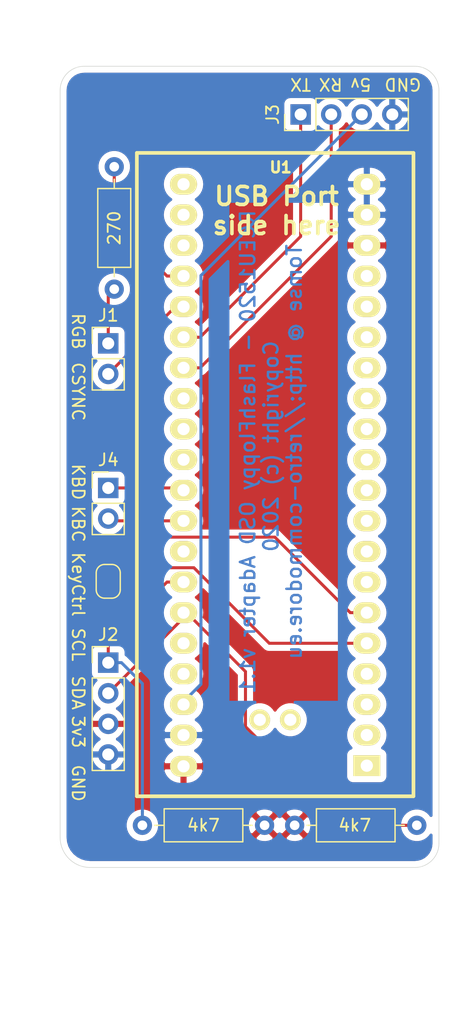
<source format=kicad_pcb>
(kicad_pcb (version 20171130) (host pcbnew "(5.1.5)-3")

  (general
    (thickness 1.6)
    (drawings 22)
    (tracks 52)
    (zones 0)
    (modules 9)
    (nets 41)
  )

  (page A4)
  (title_block
    (title "RCEU1520 - FlashFloppy OSD Adapter")
    (date 2020-12-23)
    (rev 2)
    (company http://retro-commodore.eu)
    (comment 3 "Copyright (C) Tomse 2020")
    (comment 4 "Free Open Source Hardware")
  )

  (layers
    (0 F.Cu signal)
    (31 B.Cu signal)
    (32 B.Adhes user)
    (33 F.Adhes user)
    (34 B.Paste user)
    (35 F.Paste user)
    (36 B.SilkS user)
    (37 F.SilkS user)
    (38 B.Mask user)
    (39 F.Mask user)
    (40 Dwgs.User user)
    (41 Cmts.User user)
    (42 Eco1.User user)
    (43 Eco2.User user)
    (44 Edge.Cuts user)
    (45 Margin user)
    (46 B.CrtYd user)
    (47 F.CrtYd user)
    (48 B.Fab user)
    (49 F.Fab user)
  )

  (setup
    (last_trace_width 0.25)
    (trace_clearance 0.2)
    (zone_clearance 0.508)
    (zone_45_only no)
    (trace_min 0.2)
    (via_size 0.8)
    (via_drill 0.4)
    (via_min_size 0.4)
    (via_min_drill 0.3)
    (uvia_size 0.3)
    (uvia_drill 0.1)
    (uvias_allowed no)
    (uvia_min_size 0.2)
    (uvia_min_drill 0.1)
    (edge_width 0.05)
    (segment_width 0.2)
    (pcb_text_width 0.3)
    (pcb_text_size 1.5 1.5)
    (mod_edge_width 0.12)
    (mod_text_size 1 1)
    (mod_text_width 0.15)
    (pad_size 1.524 1.524)
    (pad_drill 0.762)
    (pad_to_mask_clearance 0.051)
    (solder_mask_min_width 0.25)
    (aux_axis_origin 0 0)
    (visible_elements 7FFFFFFF)
    (pcbplotparams
      (layerselection 0x010fc_ffffffff)
      (usegerberextensions false)
      (usegerberattributes false)
      (usegerberadvancedattributes false)
      (creategerberjobfile false)
      (excludeedgelayer true)
      (linewidth 0.100000)
      (plotframeref false)
      (viasonmask false)
      (mode 1)
      (useauxorigin false)
      (hpglpennumber 1)
      (hpglpenspeed 20)
      (hpglpendiameter 15.000000)
      (psnegative false)
      (psa4output false)
      (plotreference true)
      (plotvalue true)
      (plotinvisibletext false)
      (padsonsilk false)
      (subtractmaskfromsilk false)
      (outputformat 1)
      (mirror false)
      (drillshape 0)
      (scaleselection 1)
      (outputdirectory "RCEU1520-FlashFloppy-OSD-Adapter/"))
  )

  (net 0 "")
  (net 1 GND)
  (net 2 +3V3)
  (net 3 "Net-(R1-Pad2)")
  (net 4 "Net-(U1-Pad42)")
  (net 5 "Net-(U1-Pad41)")
  (net 6 "Net-(U1-Pad37)")
  (net 7 "Net-(U1-Pad36)")
  (net 8 "Net-(U1-Pad33)")
  (net 9 "Net-(U1-Pad30)")
  (net 10 "Net-(U1-Pad29)")
  (net 11 "Net-(U1-Pad28)")
  (net 12 "Net-(U1-Pad23)")
  (net 13 "Net-(U1-Pad22)")
  (net 14 "Net-(U1-Pad21)")
  (net 15 "Net-(U1-Pad17)")
  (net 16 "Net-(U1-Pad16)")
  (net 17 "Net-(U1-Pad15)")
  (net 18 "Net-(U1-Pad14)")
  (net 19 "Net-(U1-Pad13)")
  (net 20 "Net-(U1-Pad12)")
  (net 21 "Net-(U1-Pad11)")
  (net 22 "Net-(U1-Pad10)")
  (net 23 "Net-(U1-Pad9)")
  (net 24 "Net-(U1-Pad8)")
  (net 25 "Net-(U1-Pad7)")
  (net 26 "Net-(U1-Pad4)")
  (net 27 "Net-(U1-Pad3)")
  (net 28 "Net-(U1-Pad2)")
  (net 29 "Net-(U1-Pad1)")
  (net 30 /5v)
  (net 31 /CSYNC)
  (net 32 /RGB)
  (net 33 /RX)
  (net 34 /TX)
  (net 35 /SDA)
  (net 36 /SCL)
  (net 37 /KB_CLOCK)
  (net 38 /KB_DATA)
  (net 39 "Net-(JP1-Pad1)")
  (net 40 "Net-(JP1-Pad2)")

  (net_class Default "This is the default net class."
    (clearance 0.2)
    (trace_width 0.25)
    (via_dia 0.8)
    (via_drill 0.4)
    (uvia_dia 0.3)
    (uvia_drill 0.1)
    (add_net +3V3)
    (add_net /5v)
    (add_net /CSYNC)
    (add_net /KB_CLOCK)
    (add_net /KB_DATA)
    (add_net /RGB)
    (add_net /RX)
    (add_net /SCL)
    (add_net /SDA)
    (add_net /TX)
    (add_net GND)
    (add_net "Net-(JP1-Pad1)")
    (add_net "Net-(JP1-Pad2)")
    (add_net "Net-(R1-Pad2)")
    (add_net "Net-(U1-Pad1)")
    (add_net "Net-(U1-Pad10)")
    (add_net "Net-(U1-Pad11)")
    (add_net "Net-(U1-Pad12)")
    (add_net "Net-(U1-Pad13)")
    (add_net "Net-(U1-Pad14)")
    (add_net "Net-(U1-Pad15)")
    (add_net "Net-(U1-Pad16)")
    (add_net "Net-(U1-Pad17)")
    (add_net "Net-(U1-Pad2)")
    (add_net "Net-(U1-Pad21)")
    (add_net "Net-(U1-Pad22)")
    (add_net "Net-(U1-Pad23)")
    (add_net "Net-(U1-Pad28)")
    (add_net "Net-(U1-Pad29)")
    (add_net "Net-(U1-Pad3)")
    (add_net "Net-(U1-Pad30)")
    (add_net "Net-(U1-Pad33)")
    (add_net "Net-(U1-Pad36)")
    (add_net "Net-(U1-Pad37)")
    (add_net "Net-(U1-Pad4)")
    (add_net "Net-(U1-Pad41)")
    (add_net "Net-(U1-Pad42)")
    (add_net "Net-(U1-Pad7)")
    (add_net "Net-(U1-Pad8)")
    (add_net "Net-(U1-Pad9)")
  )

  (module Jumper:SolderJumper-2_P1.3mm_Bridged_RoundedPad1.0x1.5mm (layer F.Cu) (tedit 5C745284) (tstamp 5FE40AC9)
    (at 89 101.25 270)
    (descr "SMD Solder Jumper, 1x1.5mm, rounded Pads, 0.3mm gap, bridged with 1 copper strip")
    (tags "solder jumper open")
    (path /5FE3F995)
    (attr virtual)
    (fp_text reference KeyCtrl (at 0.25 2.5 270 unlocked) (layer F.SilkS)
      (effects (font (size 1 1) (thickness 0.15)))
    )
    (fp_text value Amiga_Key_Input_To_FF (at 0 -3.25 90) (layer F.Fab)
      (effects (font (size 1 1) (thickness 0.15)))
    )
    (fp_poly (pts (xy 0.25 -0.3) (xy -0.25 -0.3) (xy -0.25 0.3) (xy 0.25 0.3)) (layer F.Cu) (width 0))
    (fp_line (start 1.65 1.25) (end -1.65 1.25) (layer F.CrtYd) (width 0.05))
    (fp_line (start 1.65 1.25) (end 1.65 -1.25) (layer F.CrtYd) (width 0.05))
    (fp_line (start -1.65 -1.25) (end -1.65 1.25) (layer F.CrtYd) (width 0.05))
    (fp_line (start -1.65 -1.25) (end 1.65 -1.25) (layer F.CrtYd) (width 0.05))
    (fp_line (start -0.7 -1) (end 0.7 -1) (layer F.SilkS) (width 0.12))
    (fp_line (start 1.4 -0.3) (end 1.4 0.3) (layer F.SilkS) (width 0.12))
    (fp_line (start 0.7 1) (end -0.7 1) (layer F.SilkS) (width 0.12))
    (fp_line (start -1.4 0.3) (end -1.4 -0.3) (layer F.SilkS) (width 0.12))
    (fp_arc (start -0.7 -0.3) (end -0.7 -1) (angle -90) (layer F.SilkS) (width 0.12))
    (fp_arc (start -0.7 0.3) (end -1.4 0.3) (angle -90) (layer F.SilkS) (width 0.12))
    (fp_arc (start 0.7 0.3) (end 0.7 1) (angle -90) (layer F.SilkS) (width 0.12))
    (fp_arc (start 0.7 -0.3) (end 1.4 -0.3) (angle -90) (layer F.SilkS) (width 0.12))
    (pad 1 smd custom (at -0.65 0 270) (size 1 0.5) (layers F.Cu F.Mask)
      (net 39 "Net-(JP1-Pad1)") (zone_connect 2)
      (options (clearance outline) (anchor rect))
      (primitives
        (gr_circle (center 0 0.25) (end 0.5 0.25) (width 0))
        (gr_circle (center 0 -0.25) (end 0.5 -0.25) (width 0))
        (gr_poly (pts
           (xy 0 -0.75) (xy 0.5 -0.75) (xy 0.5 0.75) (xy 0 0.75)) (width 0))
      ))
    (pad 2 smd custom (at 0.65 0 270) (size 1 0.5) (layers F.Cu F.Mask)
      (net 40 "Net-(JP1-Pad2)") (zone_connect 2)
      (options (clearance outline) (anchor rect))
      (primitives
        (gr_circle (center 0 0.25) (end 0.5 0.25) (width 0))
        (gr_circle (center 0 -0.25) (end 0.5 -0.25) (width 0))
        (gr_poly (pts
           (xy 0 -0.75) (xy -0.5 -0.75) (xy -0.5 0.75) (xy 0 0.75)) (width 0))
      ))
  )

  (module Connector_PinHeader_2.54mm:PinHeader_1x04_P2.54mm_Vertical (layer F.Cu) (tedit 59FED5CC) (tstamp 5E7115E7)
    (at 89 108)
    (descr "Through hole straight pin header, 1x04, 2.54mm pitch, single row")
    (tags "Through hole pin header THT 1x04 2.54mm single row")
    (path /5E757DF4)
    (fp_text reference J2 (at 0 -2.33) (layer F.SilkS)
      (effects (font (size 1 1) (thickness 0.15)))
    )
    (fp_text value GOTEK (at 3 4 90) (layer F.Fab)
      (effects (font (size 1 1) (thickness 0.15)))
    )
    (fp_text user %R (at 0 3.81 90) (layer F.Fab)
      (effects (font (size 1 1) (thickness 0.15)))
    )
    (fp_line (start 1.8 -1.8) (end -1.8 -1.8) (layer F.CrtYd) (width 0.05))
    (fp_line (start 1.8 9.4) (end 1.8 -1.8) (layer F.CrtYd) (width 0.05))
    (fp_line (start -1.8 9.4) (end 1.8 9.4) (layer F.CrtYd) (width 0.05))
    (fp_line (start -1.8 -1.8) (end -1.8 9.4) (layer F.CrtYd) (width 0.05))
    (fp_line (start -1.33 -1.33) (end 0 -1.33) (layer F.SilkS) (width 0.12))
    (fp_line (start -1.33 0) (end -1.33 -1.33) (layer F.SilkS) (width 0.12))
    (fp_line (start -1.33 1.27) (end 1.33 1.27) (layer F.SilkS) (width 0.12))
    (fp_line (start 1.33 1.27) (end 1.33 8.95) (layer F.SilkS) (width 0.12))
    (fp_line (start -1.33 1.27) (end -1.33 8.95) (layer F.SilkS) (width 0.12))
    (fp_line (start -1.33 8.95) (end 1.33 8.95) (layer F.SilkS) (width 0.12))
    (fp_line (start -1.27 -0.635) (end -0.635 -1.27) (layer F.Fab) (width 0.1))
    (fp_line (start -1.27 8.89) (end -1.27 -0.635) (layer F.Fab) (width 0.1))
    (fp_line (start 1.27 8.89) (end -1.27 8.89) (layer F.Fab) (width 0.1))
    (fp_line (start 1.27 -1.27) (end 1.27 8.89) (layer F.Fab) (width 0.1))
    (fp_line (start -0.635 -1.27) (end 1.27 -1.27) (layer F.Fab) (width 0.1))
    (pad 4 thru_hole oval (at 0 7.62) (size 1.7 1.7) (drill 1) (layers *.Cu *.Mask)
      (net 1 GND))
    (pad 3 thru_hole oval (at 0 5.08) (size 1.7 1.7) (drill 1) (layers *.Cu *.Mask)
      (net 2 +3V3))
    (pad 2 thru_hole oval (at 0 2.54) (size 1.7 1.7) (drill 1) (layers *.Cu *.Mask)
      (net 35 /SDA))
    (pad 1 thru_hole rect (at 0 0) (size 1.7 1.7) (drill 1) (layers *.Cu *.Mask)
      (net 36 /SCL))
    (model ${KISYS3DMOD}/Connector_PinHeader_2.54mm.3dshapes/PinHeader_1x04_P2.54mm_Vertical.wrl
      (at (xyz 0 0 0))
      (scale (xyz 1 1 1))
      (rotate (xyz 0 0 0))
    )
  )

  (module Connector_PinHeader_2.54mm:PinHeader_1x02_P2.54mm_Vertical (layer F.Cu) (tedit 59FED5CC) (tstamp 5E711AC0)
    (at 89 81.5)
    (descr "Through hole straight pin header, 1x02, 2.54mm pitch, single row")
    (tags "Through hole pin header THT 1x02 2.54mm single row")
    (path /5E701E2B)
    (fp_text reference J1 (at 0 -2.33) (layer F.SilkS)
      (effects (font (size 1 1) (thickness 0.15)))
    )
    (fp_text value Amiga_Video (at 2.5 1 270) (layer F.Fab)
      (effects (font (size 1 1) (thickness 0.15)))
    )
    (fp_text user %R (at 0 1.27 90) (layer F.Fab)
      (effects (font (size 1 1) (thickness 0.15)))
    )
    (fp_line (start 1.8 -1.8) (end -1.8 -1.8) (layer F.CrtYd) (width 0.05))
    (fp_line (start 1.8 4.35) (end 1.8 -1.8) (layer F.CrtYd) (width 0.05))
    (fp_line (start -1.8 4.35) (end 1.8 4.35) (layer F.CrtYd) (width 0.05))
    (fp_line (start -1.8 -1.8) (end -1.8 4.35) (layer F.CrtYd) (width 0.05))
    (fp_line (start -1.33 -1.33) (end 0 -1.33) (layer F.SilkS) (width 0.12))
    (fp_line (start -1.33 0) (end -1.33 -1.33) (layer F.SilkS) (width 0.12))
    (fp_line (start -1.33 1.27) (end 1.33 1.27) (layer F.SilkS) (width 0.12))
    (fp_line (start 1.33 1.27) (end 1.33 3.87) (layer F.SilkS) (width 0.12))
    (fp_line (start -1.33 1.27) (end -1.33 3.87) (layer F.SilkS) (width 0.12))
    (fp_line (start -1.33 3.87) (end 1.33 3.87) (layer F.SilkS) (width 0.12))
    (fp_line (start -1.27 -0.635) (end -0.635 -1.27) (layer F.Fab) (width 0.1))
    (fp_line (start -1.27 3.81) (end -1.27 -0.635) (layer F.Fab) (width 0.1))
    (fp_line (start 1.27 3.81) (end -1.27 3.81) (layer F.Fab) (width 0.1))
    (fp_line (start 1.27 -1.27) (end 1.27 3.81) (layer F.Fab) (width 0.1))
    (fp_line (start -0.635 -1.27) (end 1.27 -1.27) (layer F.Fab) (width 0.1))
    (pad 2 thru_hole oval (at 0 2.54) (size 1.7 1.7) (drill 1) (layers *.Cu *.Mask)
      (net 31 /CSYNC))
    (pad 1 thru_hole rect (at 0 0) (size 1.7 1.7) (drill 1) (layers *.Cu *.Mask)
      (net 32 /RGB))
    (model ${KISYS3DMOD}/Connector_PinHeader_2.54mm.3dshapes/PinHeader_1x02_P2.54mm_Vertical.wrl
      (at (xyz 0 0 0))
      (scale (xyz 1 1 1))
      (rotate (xyz 0 0 0))
    )
  )

  (module Bluepill:BluePill_STM32F103C (layer F.Cu) (tedit 59B4EF3F) (tstamp 5E70F797)
    (at 110.5 116.5 180)
    (descr "STM32F103C8 BluePill board")
    (path /5E6FEBB9)
    (fp_text reference U1 (at 7.1628 49.6062 180) (layer F.SilkS)
      (effects (font (size 0.889 0.889) (thickness 0.3048)))
    )
    (fp_text value BluePill_STM32F103C (at 7.9756 23.7998) (layer F.SilkS) hide
      (effects (font (size 0.889 0.889) (thickness 0.22225)))
    )
    (fp_line (start -3.88 -2.59) (end 19.12 -2.59) (layer F.SilkS) (width 0.3048))
    (fp_line (start -3.88 50.81) (end -3.88 -2.59) (layer F.SilkS) (width 0.3048))
    (fp_line (start 19.12 50.81) (end -3.88 50.81) (layer F.SilkS) (width 0.3048))
    (fp_line (start 19.12 -2.59) (end 19.12 50.81) (layer F.SilkS) (width 0.3048))
    (pad 42 thru_hole oval (at 6.36 3.7592 270) (size 1.7272 1.7272) (drill 1.016) (layers *.Cu *.Mask F.SilkS)
      (net 4 "Net-(U1-Pad42)"))
    (pad 41 thru_hole oval (at 8.9 3.7592 270) (size 1.7272 1.7272) (drill 1.016) (layers *.Cu *.Mask F.SilkS)
      (net 5 "Net-(U1-Pad41)"))
    (pad 40 thru_hole oval (at 15.24 -0.1016 270) (size 1.7272 2.25) (drill 1.016) (layers *.Cu *.Mask F.SilkS)
      (net 2 +3V3))
    (pad 39 thru_hole oval (at 15.24 2.4892 270) (size 1.7272 2.25) (drill 1.016) (layers *.Cu *.Mask F.SilkS)
      (net 1 GND))
    (pad 38 thru_hole oval (at 15.24 5.0292 270) (size 1.7272 2.25) (drill 1.016) (layers *.Cu *.Mask F.SilkS)
      (net 30 /5v))
    (pad 37 thru_hole oval (at 15.24 7.5692 270) (size 1.7272 2.25) (drill 1.016) (layers *.Cu *.Mask F.SilkS)
      (net 6 "Net-(U1-Pad37)"))
    (pad 36 thru_hole oval (at 15.24 10.1092 270) (size 1.7272 2.25) (drill 1.016) (layers *.Cu *.Mask F.SilkS)
      (net 7 "Net-(U1-Pad36)"))
    (pad 35 thru_hole oval (at 15.24 12.6492 270) (size 1.7272 2.25) (drill 1.016) (layers *.Cu *.Mask F.SilkS)
      (net 35 /SDA))
    (pad 34 thru_hole oval (at 15.24 15.1892 270) (size 1.7272 2.25) (drill 1.016) (layers *.Cu *.Mask F.SilkS)
      (net 36 /SCL))
    (pad 33 thru_hole oval (at 15.24 17.7292 270) (size 1.7272 2.25) (drill 1.016) (layers *.Cu *.Mask F.SilkS)
      (net 8 "Net-(U1-Pad33)"))
    (pad 32 thru_hole oval (at 15.24 20.2692 270) (size 1.7272 2.25) (drill 1.016) (layers *.Cu *.Mask F.SilkS)
      (net 37 /KB_CLOCK))
    (pad 31 thru_hole oval (at 15.24 22.8092 270) (size 1.7272 2.25) (drill 1.016) (layers *.Cu *.Mask F.SilkS)
      (net 38 /KB_DATA))
    (pad 30 thru_hole oval (at 15.24 25.3492 270) (size 1.7272 2.25) (drill 1.016) (layers *.Cu *.Mask F.SilkS)
      (net 9 "Net-(U1-Pad30)"))
    (pad 29 thru_hole oval (at 15.24 27.8892 270) (size 1.7272 2.25) (drill 1.016) (layers *.Cu *.Mask F.SilkS)
      (net 10 "Net-(U1-Pad29)"))
    (pad 28 thru_hole oval (at 15.24 30.4292 270) (size 1.7272 2.25) (drill 1.016) (layers *.Cu *.Mask F.SilkS)
      (net 11 "Net-(U1-Pad28)"))
    (pad 27 thru_hole oval (at 15.24 32.9692 270) (size 1.7272 2.25) (drill 1.016) (layers *.Cu *.Mask F.SilkS)
      (net 33 /RX))
    (pad 26 thru_hole oval (at 15.24 35.5092 270) (size 1.7272 2.25) (drill 1.016) (layers *.Cu *.Mask F.SilkS)
      (net 34 /TX))
    (pad 25 thru_hole oval (at 15.24 38.0492 270) (size 1.7272 2.25) (drill 1.016) (layers *.Cu *.Mask F.SilkS)
      (net 31 /CSYNC))
    (pad 24 thru_hole oval (at 15.24 40.5892 270) (size 1.7272 2.25) (drill 1.016) (layers *.Cu *.Mask F.SilkS)
      (net 3 "Net-(R1-Pad2)"))
    (pad 23 thru_hole oval (at 15.24 43.1292 270) (size 1.7272 2.25) (drill 1.016) (layers *.Cu *.Mask F.SilkS)
      (net 12 "Net-(U1-Pad23)"))
    (pad 22 thru_hole oval (at 15.24 45.6692 270) (size 1.7272 2.25) (drill 1.016) (layers *.Cu *.Mask F.SilkS)
      (net 13 "Net-(U1-Pad22)"))
    (pad 21 thru_hole oval (at 15.24 48.2092 270) (size 1.7272 2.25) (drill 1.016) (layers *.Cu *.Mask F.SilkS)
      (net 14 "Net-(U1-Pad21)"))
    (pad 20 thru_hole oval (at 0 48.2092 90) (size 1.7272 2.25) (drill 1.016) (layers *.Cu *.Mask F.SilkS)
      (net 1 GND))
    (pad 19 thru_hole oval (at 0 45.6692 90) (size 1.7272 2.25) (drill 1.016) (layers *.Cu *.Mask F.SilkS)
      (net 1 GND))
    (pad 18 thru_hole oval (at 0 43.1292 90) (size 1.7272 2.25) (drill 1.016) (layers *.Cu *.Mask F.SilkS)
      (net 2 +3V3))
    (pad 17 thru_hole oval (at 0 40.5892 90) (size 1.7272 2.25) (drill 1.016) (layers *.Cu *.Mask F.SilkS)
      (net 15 "Net-(U1-Pad17)"))
    (pad 16 thru_hole oval (at 0 38.0492 90) (size 1.7272 2.25) (drill 1.016) (layers *.Cu *.Mask F.SilkS)
      (net 16 "Net-(U1-Pad16)"))
    (pad 15 thru_hole oval (at 0 35.5092 90) (size 1.7272 2.25) (drill 1.016) (layers *.Cu *.Mask F.SilkS)
      (net 17 "Net-(U1-Pad15)"))
    (pad 14 thru_hole oval (at 0 32.9692 90) (size 1.7272 2.25) (drill 1.016) (layers *.Cu *.Mask F.SilkS)
      (net 18 "Net-(U1-Pad14)"))
    (pad 13 thru_hole oval (at 0 30.4292 90) (size 1.7272 2.25) (drill 1.016) (layers *.Cu *.Mask F.SilkS)
      (net 19 "Net-(U1-Pad13)"))
    (pad 12 thru_hole oval (at 0 27.8892 90) (size 1.7272 2.25) (drill 1.016) (layers *.Cu *.Mask F.SilkS)
      (net 20 "Net-(U1-Pad12)"))
    (pad 11 thru_hole oval (at 0 25.3492 90) (size 1.7272 2.25) (drill 1.016) (layers *.Cu *.Mask F.SilkS)
      (net 21 "Net-(U1-Pad11)"))
    (pad 10 thru_hole oval (at 0 22.8092 90) (size 1.7272 2.25) (drill 1.016) (layers *.Cu *.Mask F.SilkS)
      (net 22 "Net-(U1-Pad10)"))
    (pad 9 thru_hole oval (at 0 20.2692 90) (size 1.7272 2.25) (drill 1.016) (layers *.Cu *.Mask F.SilkS)
      (net 23 "Net-(U1-Pad9)"))
    (pad 8 thru_hole oval (at 0 17.7292 90) (size 1.7272 2.25) (drill 1.016) (layers *.Cu *.Mask F.SilkS)
      (net 24 "Net-(U1-Pad8)"))
    (pad 7 thru_hole oval (at 0 15.1892 90) (size 1.7272 2.25) (drill 1.016) (layers *.Cu *.Mask F.SilkS)
      (net 25 "Net-(U1-Pad7)"))
    (pad 6 thru_hole oval (at 0 12.6492 90) (size 1.7272 2.25) (drill 1.016) (layers *.Cu *.Mask F.SilkS)
      (net 40 "Net-(JP1-Pad2)"))
    (pad 5 thru_hole oval (at 0 10.1092 90) (size 1.7272 2.25) (drill 1.016) (layers *.Cu *.Mask F.SilkS)
      (net 39 "Net-(JP1-Pad1)"))
    (pad 4 thru_hole oval (at 0 7.5692 90) (size 1.7272 2.25) (drill 1.016) (layers *.Cu *.Mask F.SilkS)
      (net 26 "Net-(U1-Pad4)"))
    (pad 3 thru_hole oval (at 0 5.0292 90) (size 1.7272 2.25) (drill 1.016) (layers *.Cu *.Mask F.SilkS)
      (net 27 "Net-(U1-Pad3)"))
    (pad 2 thru_hole oval (at 0 2.4892 90) (size 1.7272 2.25) (drill 1.016) (layers *.Cu *.Mask F.SilkS)
      (net 28 "Net-(U1-Pad2)"))
    (pad 1 thru_hole rect (at 0 -0.0508 90) (size 1.7272 2.25) (drill 1.016) (layers *.Cu *.Mask F.SilkS)
      (net 29 "Net-(U1-Pad1)"))
  )

  (module Resistor_THT:R_Axial_DIN0207_L6.3mm_D2.5mm_P10.16mm_Horizontal (layer F.Cu) (tedit 5AE5139B) (tstamp 5E70FBF3)
    (at 102 121.5 180)
    (descr "Resistor, Axial_DIN0207 series, Axial, Horizontal, pin pitch=10.16mm, 0.25W = 1/4W, length*diameter=6.3*2.5mm^2, http://cdn-reichelt.de/documents/datenblatt/B400/1_4W%23YAG.pdf")
    (tags "Resistor Axial_DIN0207 series Axial Horizontal pin pitch 10.16mm 0.25W = 1/4W length 6.3mm diameter 2.5mm")
    (path /5E71058E)
    (fp_text reference R3 (at 5.08 2.5) (layer F.SilkS) hide
      (effects (font (size 1 1) (thickness 0.15)))
    )
    (fp_text value 4k7 (at 5.08 0) (layer F.SilkS)
      (effects (font (size 1 1) (thickness 0.15)))
    )
    (fp_text user %R (at 5.08 0) (layer F.Fab)
      (effects (font (size 1 1) (thickness 0.15)))
    )
    (fp_line (start 11.21 -1.5) (end -1.05 -1.5) (layer F.CrtYd) (width 0.05))
    (fp_line (start 11.21 1.5) (end 11.21 -1.5) (layer F.CrtYd) (width 0.05))
    (fp_line (start -1.05 1.5) (end 11.21 1.5) (layer F.CrtYd) (width 0.05))
    (fp_line (start -1.05 -1.5) (end -1.05 1.5) (layer F.CrtYd) (width 0.05))
    (fp_line (start 9.12 0) (end 8.35 0) (layer F.SilkS) (width 0.12))
    (fp_line (start 1.04 0) (end 1.81 0) (layer F.SilkS) (width 0.12))
    (fp_line (start 8.35 -1.37) (end 1.81 -1.37) (layer F.SilkS) (width 0.12))
    (fp_line (start 8.35 1.37) (end 8.35 -1.37) (layer F.SilkS) (width 0.12))
    (fp_line (start 1.81 1.37) (end 8.35 1.37) (layer F.SilkS) (width 0.12))
    (fp_line (start 1.81 -1.37) (end 1.81 1.37) (layer F.SilkS) (width 0.12))
    (fp_line (start 10.16 0) (end 8.23 0) (layer F.Fab) (width 0.1))
    (fp_line (start 0 0) (end 1.93 0) (layer F.Fab) (width 0.1))
    (fp_line (start 8.23 -1.25) (end 1.93 -1.25) (layer F.Fab) (width 0.1))
    (fp_line (start 8.23 1.25) (end 8.23 -1.25) (layer F.Fab) (width 0.1))
    (fp_line (start 1.93 1.25) (end 8.23 1.25) (layer F.Fab) (width 0.1))
    (fp_line (start 1.93 -1.25) (end 1.93 1.25) (layer F.Fab) (width 0.1))
    (pad 2 thru_hole oval (at 10.16 0 180) (size 1.6 1.6) (drill 0.8) (layers *.Cu *.Mask)
      (net 36 /SCL))
    (pad 1 thru_hole circle (at 0 0 180) (size 1.6 1.6) (drill 0.8) (layers *.Cu *.Mask)
      (net 2 +3V3))
    (model ${KISYS3DMOD}/Resistor_THT.3dshapes/R_Axial_DIN0207_L6.3mm_D2.5mm_P10.16mm_Horizontal.wrl
      (at (xyz 0 0 0))
      (scale (xyz 1 1 1))
      (rotate (xyz 0 0 0))
    )
  )

  (module Resistor_THT:R_Axial_DIN0207_L6.3mm_D2.5mm_P10.16mm_Horizontal (layer F.Cu) (tedit 5AE5139B) (tstamp 5E70FBB1)
    (at 104.5 121.5)
    (descr "Resistor, Axial_DIN0207 series, Axial, Horizontal, pin pitch=10.16mm, 0.25W = 1/4W, length*diameter=6.3*2.5mm^2, http://cdn-reichelt.de/documents/datenblatt/B400/1_4W%23YAG.pdf")
    (tags "Resistor Axial_DIN0207 series Axial Horizontal pin pitch 10.16mm 0.25W = 1/4W length 6.3mm diameter 2.5mm")
    (path /5E70F1AB)
    (fp_text reference R2 (at 5.08 -2.37) (layer F.SilkS) hide
      (effects (font (size 1 1) (thickness 0.15)))
    )
    (fp_text value 4k7 (at 5 0) (layer F.SilkS)
      (effects (font (size 1 1) (thickness 0.15)))
    )
    (fp_text user %R (at 5.08 0) (layer F.Fab)
      (effects (font (size 1 1) (thickness 0.15)))
    )
    (fp_line (start 11.21 -1.5) (end -1.05 -1.5) (layer F.CrtYd) (width 0.05))
    (fp_line (start 11.21 1.5) (end 11.21 -1.5) (layer F.CrtYd) (width 0.05))
    (fp_line (start -1.05 1.5) (end 11.21 1.5) (layer F.CrtYd) (width 0.05))
    (fp_line (start -1.05 -1.5) (end -1.05 1.5) (layer F.CrtYd) (width 0.05))
    (fp_line (start 9.12 0) (end 8.35 0) (layer F.SilkS) (width 0.12))
    (fp_line (start 1.04 0) (end 1.81 0) (layer F.SilkS) (width 0.12))
    (fp_line (start 8.35 -1.37) (end 1.81 -1.37) (layer F.SilkS) (width 0.12))
    (fp_line (start 8.35 1.37) (end 8.35 -1.37) (layer F.SilkS) (width 0.12))
    (fp_line (start 1.81 1.37) (end 8.35 1.37) (layer F.SilkS) (width 0.12))
    (fp_line (start 1.81 -1.37) (end 1.81 1.37) (layer F.SilkS) (width 0.12))
    (fp_line (start 10.16 0) (end 8.23 0) (layer F.Fab) (width 0.1))
    (fp_line (start 0 0) (end 1.93 0) (layer F.Fab) (width 0.1))
    (fp_line (start 8.23 -1.25) (end 1.93 -1.25) (layer F.Fab) (width 0.1))
    (fp_line (start 8.23 1.25) (end 8.23 -1.25) (layer F.Fab) (width 0.1))
    (fp_line (start 1.93 1.25) (end 8.23 1.25) (layer F.Fab) (width 0.1))
    (fp_line (start 1.93 -1.25) (end 1.93 1.25) (layer F.Fab) (width 0.1))
    (pad 2 thru_hole oval (at 10.16 0) (size 1.6 1.6) (drill 0.8) (layers *.Cu *.Mask)
      (net 35 /SDA))
    (pad 1 thru_hole circle (at 0 0) (size 1.6 1.6) (drill 0.8) (layers *.Cu *.Mask)
      (net 2 +3V3))
    (model ${KISYS3DMOD}/Resistor_THT.3dshapes/R_Axial_DIN0207_L6.3mm_D2.5mm_P10.16mm_Horizontal.wrl
      (at (xyz 0 0 0))
      (scale (xyz 1 1 1))
      (rotate (xyz 0 0 0))
    )
  )

  (module Resistor_THT:R_Axial_DIN0207_L6.3mm_D2.5mm_P10.16mm_Horizontal (layer F.Cu) (tedit 5AE5139B) (tstamp 5E70FDC5)
    (at 89.5 77 90)
    (descr "Resistor, Axial_DIN0207 series, Axial, Horizontal, pin pitch=10.16mm, 0.25W = 1/4W, length*diameter=6.3*2.5mm^2, http://cdn-reichelt.de/documents/datenblatt/B400/1_4W%23YAG.pdf")
    (tags "Resistor Axial_DIN0207 series Axial Horizontal pin pitch 10.16mm 0.25W = 1/4W length 6.3mm diameter 2.5mm")
    (path /5E716E5C)
    (fp_text reference R1 (at 5.08 -2.37 90) (layer F.SilkS) hide
      (effects (font (size 1 1) (thickness 0.15)))
    )
    (fp_text value 270 (at 5.08 0 90) (layer F.SilkS)
      (effects (font (size 1 1) (thickness 0.15)))
    )
    (fp_text user %R (at 5.08 0 90) (layer F.Fab)
      (effects (font (size 1 1) (thickness 0.15)))
    )
    (fp_line (start 11.21 -1.5) (end -1.05 -1.5) (layer F.CrtYd) (width 0.05))
    (fp_line (start 11.21 1.5) (end 11.21 -1.5) (layer F.CrtYd) (width 0.05))
    (fp_line (start -1.05 1.5) (end 11.21 1.5) (layer F.CrtYd) (width 0.05))
    (fp_line (start -1.05 -1.5) (end -1.05 1.5) (layer F.CrtYd) (width 0.05))
    (fp_line (start 9.12 0) (end 8.35 0) (layer F.SilkS) (width 0.12))
    (fp_line (start 1.04 0) (end 1.81 0) (layer F.SilkS) (width 0.12))
    (fp_line (start 8.35 -1.37) (end 1.81 -1.37) (layer F.SilkS) (width 0.12))
    (fp_line (start 8.35 1.37) (end 8.35 -1.37) (layer F.SilkS) (width 0.12))
    (fp_line (start 1.81 1.37) (end 8.35 1.37) (layer F.SilkS) (width 0.12))
    (fp_line (start 1.81 -1.37) (end 1.81 1.37) (layer F.SilkS) (width 0.12))
    (fp_line (start 10.16 0) (end 8.23 0) (layer F.Fab) (width 0.1))
    (fp_line (start 0 0) (end 1.93 0) (layer F.Fab) (width 0.1))
    (fp_line (start 8.23 -1.25) (end 1.93 -1.25) (layer F.Fab) (width 0.1))
    (fp_line (start 8.23 1.25) (end 8.23 -1.25) (layer F.Fab) (width 0.1))
    (fp_line (start 1.93 1.25) (end 8.23 1.25) (layer F.Fab) (width 0.1))
    (fp_line (start 1.93 -1.25) (end 1.93 1.25) (layer F.Fab) (width 0.1))
    (pad 2 thru_hole oval (at 10.16 0 90) (size 1.6 1.6) (drill 0.8) (layers *.Cu *.Mask)
      (net 3 "Net-(R1-Pad2)"))
    (pad 1 thru_hole circle (at 0 0 90) (size 1.6 1.6) (drill 0.8) (layers *.Cu *.Mask)
      (net 32 /RGB))
    (model ${KISYS3DMOD}/Resistor_THT.3dshapes/R_Axial_DIN0207_L6.3mm_D2.5mm_P10.16mm_Horizontal.wrl
      (at (xyz 0 0 0))
      (scale (xyz 1 1 1))
      (rotate (xyz 0 0 0))
    )
  )

  (module Connector_PinHeader_2.54mm:PinHeader_1x02_P2.54mm_Vertical (layer F.Cu) (tedit 59FED5CC) (tstamp 5E70E994)
    (at 89 93.5)
    (descr "Through hole straight pin header, 1x02, 2.54mm pitch, single row")
    (tags "Through hole pin header THT 1x02 2.54mm single row")
    (path /5E701252)
    (fp_text reference J4 (at 0 -2.33) (layer F.SilkS)
      (effects (font (size 1 1) (thickness 0.15)))
    )
    (fp_text value Amiga_Keyboard (at 3 1 90) (layer F.Fab)
      (effects (font (size 1 1) (thickness 0.15)))
    )
    (fp_text user %R (at 0 1.27 90) (layer F.Fab)
      (effects (font (size 1 1) (thickness 0.15)))
    )
    (fp_line (start 1.8 -1.8) (end -1.8 -1.8) (layer F.CrtYd) (width 0.05))
    (fp_line (start 1.8 4.35) (end 1.8 -1.8) (layer F.CrtYd) (width 0.05))
    (fp_line (start -1.8 4.35) (end 1.8 4.35) (layer F.CrtYd) (width 0.05))
    (fp_line (start -1.8 -1.8) (end -1.8 4.35) (layer F.CrtYd) (width 0.05))
    (fp_line (start -1.33 -1.33) (end 0 -1.33) (layer F.SilkS) (width 0.12))
    (fp_line (start -1.33 0) (end -1.33 -1.33) (layer F.SilkS) (width 0.12))
    (fp_line (start -1.33 1.27) (end 1.33 1.27) (layer F.SilkS) (width 0.12))
    (fp_line (start 1.33 1.27) (end 1.33 3.87) (layer F.SilkS) (width 0.12))
    (fp_line (start -1.33 1.27) (end -1.33 3.87) (layer F.SilkS) (width 0.12))
    (fp_line (start -1.33 3.87) (end 1.33 3.87) (layer F.SilkS) (width 0.12))
    (fp_line (start -1.27 -0.635) (end -0.635 -1.27) (layer F.Fab) (width 0.1))
    (fp_line (start -1.27 3.81) (end -1.27 -0.635) (layer F.Fab) (width 0.1))
    (fp_line (start 1.27 3.81) (end -1.27 3.81) (layer F.Fab) (width 0.1))
    (fp_line (start 1.27 -1.27) (end 1.27 3.81) (layer F.Fab) (width 0.1))
    (fp_line (start -0.635 -1.27) (end 1.27 -1.27) (layer F.Fab) (width 0.1))
    (pad 2 thru_hole oval (at 0 2.54) (size 1.7 1.7) (drill 1) (layers *.Cu *.Mask)
      (net 37 /KB_CLOCK))
    (pad 1 thru_hole rect (at 0 0) (size 1.7 1.7) (drill 1) (layers *.Cu *.Mask)
      (net 38 /KB_DATA))
    (model ${KISYS3DMOD}/Connector_PinHeader_2.54mm.3dshapes/PinHeader_1x02_P2.54mm_Vertical.wrl
      (at (xyz 0 0 0))
      (scale (xyz 1 1 1))
      (rotate (xyz 0 0 0))
    )
  )

  (module Connector_PinHeader_2.54mm:PinHeader_1x04_P2.54mm_Vertical (layer F.Cu) (tedit 59FED5CC) (tstamp 5E70FCA3)
    (at 105 62.5 90)
    (descr "Through hole straight pin header, 1x04, 2.54mm pitch, single row")
    (tags "Through hole pin header THT 1x04 2.54mm single row")
    (path /5E704EA9)
    (fp_text reference J3 (at 0 -2.33 90) (layer F.SilkS)
      (effects (font (size 1 1) (thickness 0.15)))
    )
    (fp_text value Programming (at -2 4 180) (layer F.Fab)
      (effects (font (size 1 1) (thickness 0.15)))
    )
    (fp_text user %R (at 0 3.81) (layer F.Fab)
      (effects (font (size 1 1) (thickness 0.15)))
    )
    (fp_line (start 1.8 -1.8) (end -1.8 -1.8) (layer F.CrtYd) (width 0.05))
    (fp_line (start 1.8 9.4) (end 1.8 -1.8) (layer F.CrtYd) (width 0.05))
    (fp_line (start -1.8 9.4) (end 1.8 9.4) (layer F.CrtYd) (width 0.05))
    (fp_line (start -1.8 -1.8) (end -1.8 9.4) (layer F.CrtYd) (width 0.05))
    (fp_line (start -1.33 -1.33) (end 0 -1.33) (layer F.SilkS) (width 0.12))
    (fp_line (start -1.33 0) (end -1.33 -1.33) (layer F.SilkS) (width 0.12))
    (fp_line (start -1.33 1.27) (end 1.33 1.27) (layer F.SilkS) (width 0.12))
    (fp_line (start 1.33 1.27) (end 1.33 8.95) (layer F.SilkS) (width 0.12))
    (fp_line (start -1.33 1.27) (end -1.33 8.95) (layer F.SilkS) (width 0.12))
    (fp_line (start -1.33 8.95) (end 1.33 8.95) (layer F.SilkS) (width 0.12))
    (fp_line (start -1.27 -0.635) (end -0.635 -1.27) (layer F.Fab) (width 0.1))
    (fp_line (start -1.27 8.89) (end -1.27 -0.635) (layer F.Fab) (width 0.1))
    (fp_line (start 1.27 8.89) (end -1.27 8.89) (layer F.Fab) (width 0.1))
    (fp_line (start 1.27 -1.27) (end 1.27 8.89) (layer F.Fab) (width 0.1))
    (fp_line (start -0.635 -1.27) (end 1.27 -1.27) (layer F.Fab) (width 0.1))
    (pad 4 thru_hole oval (at 0 7.62 90) (size 1.7 1.7) (drill 1) (layers *.Cu *.Mask)
      (net 1 GND))
    (pad 3 thru_hole oval (at 0 5.08 90) (size 1.7 1.7) (drill 1) (layers *.Cu *.Mask)
      (net 30 /5v))
    (pad 2 thru_hole oval (at 0 2.54 90) (size 1.7 1.7) (drill 1) (layers *.Cu *.Mask)
      (net 33 /RX))
    (pad 1 thru_hole rect (at 0 0 90) (size 1.7 1.7) (drill 1) (layers *.Cu *.Mask)
      (net 34 /TX))
    (model ${KISYS3DMOD}/Connector_PinHeader_2.54mm.3dshapes/PinHeader_1x04_P2.54mm_Vertical.wrl
      (at (xyz 0 0 0))
      (scale (xyz 1 1 1))
      (rotate (xyz 0 0 0))
    )
  )

  (gr_text "USB Port\nside here" (at 103 70.5) (layer F.SilkS)
    (effects (font (size 1.5 1.5) (thickness 0.3)))
  )
  (gr_text "RCEU1520 - FlashFloppy OSD Adapter v1.1\nCopyright (c) 2020 \nTomse @ http://retro-commodore.eu\n\n" (at 103.5 90.5 90) (layer B.Cu)
    (effects (font (size 1.2 1.2) (thickness 0.2)) (justify mirror))
  )
  (gr_arc (start 87 60.5) (end 87 58.5) (angle -90) (layer Edge.Cuts) (width 0.05))
  (gr_arc (start 114.5 60.5) (end 116.5 60.5) (angle -90) (layer Edge.Cuts) (width 0.05))
  (gr_arc (start 114.5 123) (end 114.5 125) (angle -90) (layer Edge.Cuts) (width 0.05))
  (gr_arc (start 87.5 122.5) (end 85 122.5) (angle -90) (layer Edge.Cuts) (width 0.05))
  (gr_line (start 116.5 123) (end 116.5 60.5) (layer Edge.Cuts) (width 0.05) (tstamp 5E711D7F))
  (gr_line (start 87.5 125) (end 114.5 125) (layer Edge.Cuts) (width 0.05))
  (gr_line (start 85 60.5) (end 85 122.5) (layer Edge.Cuts) (width 0.05))
  (gr_line (start 114.5 58.5) (end 87 58.5) (layer Edge.Cuts) (width 0.05))
  (gr_text SDA (at 86.5 110.5 270) (layer F.SilkS)
    (effects (font (size 1 1) (thickness 0.15)))
  )
  (gr_text "SCL\n" (at 86.5 106.5 270) (layer F.SilkS)
    (effects (font (size 1 1) (thickness 0.15)))
  )
  (gr_text "3v3\n" (at 86.5 113.75 270) (layer F.SilkS)
    (effects (font (size 1 1) (thickness 0.15)))
  )
  (gr_text "GND\n" (at 86.5 118 270) (layer F.SilkS)
    (effects (font (size 1 1) (thickness 0.15)))
  )
  (gr_text KBC (at 86.5 96.5 270) (layer F.SilkS)
    (effects (font (size 1 1) (thickness 0.15)))
  )
  (gr_text KBD (at 86.5 93 270) (layer F.SilkS)
    (effects (font (size 1 1) (thickness 0.15)))
  )
  (gr_text RGB (at 86.5 80.5 270) (layer F.SilkS)
    (effects (font (size 1 1) (thickness 0.15)))
  )
  (gr_text CSYNC (at 86.5 85.5 270) (layer F.SilkS)
    (effects (font (size 1 1) (thickness 0.15)))
  )
  (gr_text TX (at 105 60 180) (layer F.SilkS)
    (effects (font (size 1 1) (thickness 0.15)))
  )
  (gr_text RX (at 107.5 60 180) (layer F.SilkS)
    (effects (font (size 1 1) (thickness 0.15)))
  )
  (gr_text 5v (at 110 60 180) (layer F.SilkS)
    (effects (font (size 1 1) (thickness 0.15)))
  )
  (gr_text "GND\n" (at 113.5 60 180) (layer F.SilkS)
    (effects (font (size 1 1) (thickness 0.15)))
  )

  (segment (start 112.62 63.702081) (end 112.62 62.5) (width 0.25) (layer F.Cu) (net 1))
  (segment (start 112.62 67.5458) (end 112.62 63.702081) (width 0.25) (layer F.Cu) (net 1))
  (segment (start 111.875 68.2908) (end 112.62 67.5458) (width 0.25) (layer F.Cu) (net 1))
  (segment (start 110.5 68.2908) (end 111.875 68.2908) (width 0.25) (layer F.Cu) (net 1))
  (segment (start 93.885 75.9108) (end 95.26 75.9108) (width 0.25) (layer F.Cu) (net 3))
  (segment (start 89.5 71.5258) (end 93.885 75.9108) (width 0.25) (layer F.Cu) (net 3))
  (segment (start 89.5 66.84) (end 89.5 71.5258) (width 0.25) (layer F.Cu) (net 3))
  (segment (start 95.26 111.24) (end 95.26 111.4708) (width 0.25) (layer B.Cu) (net 30))
  (segment (start 96.71001 109.78999) (end 95.26 111.24) (width 0.25) (layer B.Cu) (net 30))
  (segment (start 110.08 62.5) (end 96.71001 75.86999) (width 0.25) (layer B.Cu) (net 30))
  (segment (start 96.71001 75.86999) (end 96.71001 109.78999) (width 0.25) (layer B.Cu) (net 30))
  (segment (start 95.0892 78.4508) (end 95.26 78.4508) (width 0.25) (layer F.Cu) (net 31))
  (segment (start 94.5892 78.4508) (end 95.26 78.4508) (width 0.25) (layer F.Cu) (net 31))
  (segment (start 89 84.04) (end 94.5892 78.4508) (width 0.25) (layer F.Cu) (net 31))
  (segment (start 89 77.5) (end 89.5 77) (width 0.25) (layer F.Cu) (net 32))
  (segment (start 89 81.5) (end 89 77.5) (width 0.25) (layer F.Cu) (net 32))
  (segment (start 107.54 63.702081) (end 107.54 62.5) (width 0.25) (layer F.Cu) (net 33))
  (segment (start 107.54 72.6258) (end 107.54 63.702081) (width 0.25) (layer F.Cu) (net 33))
  (segment (start 96.635 83.5308) (end 107.54 72.6258) (width 0.25) (layer F.Cu) (net 33))
  (segment (start 95.26 83.5308) (end 96.635 83.5308) (width 0.25) (layer F.Cu) (net 33))
  (segment (start 105 63.6) (end 105 62.5) (width 0.25) (layer F.Cu) (net 34))
  (segment (start 105 72.6258) (end 105 63.6) (width 0.25) (layer F.Cu) (net 34))
  (segment (start 96.635 80.9908) (end 105 72.6258) (width 0.25) (layer F.Cu) (net 34))
  (segment (start 95.26 80.9908) (end 96.635 80.9908) (width 0.25) (layer F.Cu) (net 34))
  (segment (start 113.52863 121.5) (end 114.66 121.5) (width 0.25) (layer F.Cu) (net 35))
  (segment (start 100.411399 108.740799) (end 100.411399 113.311329) (width 0.25) (layer F.Cu) (net 35))
  (segment (start 108.60007 121.5) (end 113.52863 121.5) (width 0.25) (layer F.Cu) (net 35))
  (segment (start 95.5214 103.8508) (end 100.411399 108.740799) (width 0.25) (layer F.Cu) (net 35))
  (segment (start 100.411399 113.311329) (end 108.60007 121.5) (width 0.25) (layer F.Cu) (net 35))
  (segment (start 95.26 103.8508) (end 95.5214 103.8508) (width 0.25) (layer F.Cu) (net 35))
  (segment (start 95.26 104.28) (end 95.26 103.8508) (width 0.25) (layer F.Cu) (net 35))
  (segment (start 89 110.54) (end 95.26 104.28) (width 0.25) (layer F.Cu) (net 35))
  (segment (start 89 106.1958) (end 93.885 101.3108) (width 0.25) (layer F.Cu) (net 36))
  (segment (start 93.885 101.3108) (end 95.26 101.3108) (width 0.25) (layer F.Cu) (net 36))
  (segment (start 89 108) (end 89 106.1958) (width 0.25) (layer F.Cu) (net 36))
  (segment (start 91.84 109.74) (end 91.84 120.36863) (width 0.25) (layer B.Cu) (net 36))
  (segment (start 91.84 120.36863) (end 91.84 121.5) (width 0.25) (layer B.Cu) (net 36))
  (segment (start 90.1 108) (end 91.84 109.74) (width 0.25) (layer B.Cu) (net 36))
  (segment (start 89 108) (end 90.1 108) (width 0.25) (layer B.Cu) (net 36))
  (segment (start 89.1908 96.2308) (end 89 96.04) (width 0.25) (layer F.Cu) (net 37))
  (segment (start 95.26 96.2308) (end 89.1908 96.2308) (width 0.25) (layer F.Cu) (net 37))
  (segment (start 95.0692 93.5) (end 95.26 93.6908) (width 0.25) (layer F.Cu) (net 38))
  (segment (start 89 93.5) (end 95.0692 93.5) (width 0.25) (layer F.Cu) (net 38))
  (segment (start 89.747592 101.9) (end 89 101.9) (width 0.25) (layer F.Cu) (net 39))
  (segment (start 91.525402 100.12219) (end 89.747592 101.9) (width 0.25) (layer F.Cu) (net 39))
  (segment (start 96.12219 100.12219) (end 91.525402 100.12219) (width 0.25) (layer F.Cu) (net 39))
  (segment (start 102.3908 106.3908) (end 96.12219 100.12219) (width 0.25) (layer F.Cu) (net 39))
  (segment (start 110.5 106.3908) (end 102.3908 106.3908) (width 0.25) (layer F.Cu) (net 39))
  (segment (start 102.85639 97.58219) (end 109.125 103.8508) (width 0.25) (layer F.Cu) (net 40))
  (segment (start 92.01781 97.58219) (end 102.85639 97.58219) (width 0.25) (layer F.Cu) (net 40))
  (segment (start 109.125 103.8508) (end 110.5 103.8508) (width 0.25) (layer F.Cu) (net 40))
  (segment (start 89 100.6) (end 92.01781 97.58219) (width 0.25) (layer F.Cu) (net 40))

  (zone (net 1) (net_name GND) (layer B.Cu) (tstamp 5E712655) (hatch edge 0.508)
    (connect_pads (clearance 0.508))
    (min_thickness 0.254)
    (fill yes (arc_segments 32) (thermal_gap 0.508) (thermal_bridge_width 0.508))
    (polygon
      (pts
        (xy 117.5 133.5) (xy 82.5 129) (xy 83 54.5) (xy 117 54.5)
      )
    )
    (filled_polygon
      (pts
        (xy 114.759659 59.188625) (xy 115.009429 59.264035) (xy 115.239792 59.386522) (xy 115.44198 59.551422) (xy 115.608286 59.75245)
        (xy 115.732378 59.981954) (xy 115.809531 60.231195) (xy 115.840001 60.521098) (xy 115.84 120.683064) (xy 115.774637 120.585241)
        (xy 115.574759 120.385363) (xy 115.339727 120.22832) (xy 115.078574 120.120147) (xy 114.801335 120.065) (xy 114.518665 120.065)
        (xy 114.241426 120.120147) (xy 113.980273 120.22832) (xy 113.745241 120.385363) (xy 113.545363 120.585241) (xy 113.38832 120.820273)
        (xy 113.280147 121.081426) (xy 113.225 121.358665) (xy 113.225 121.641335) (xy 113.280147 121.918574) (xy 113.38832 122.179727)
        (xy 113.545363 122.414759) (xy 113.745241 122.614637) (xy 113.980273 122.77168) (xy 114.241426 122.879853) (xy 114.518665 122.935)
        (xy 114.801335 122.935) (xy 115.078574 122.879853) (xy 115.339727 122.77168) (xy 115.574759 122.614637) (xy 115.774637 122.414759)
        (xy 115.84 122.316936) (xy 115.84 122.967721) (xy 115.811375 123.25966) (xy 115.735965 123.509429) (xy 115.613477 123.739794)
        (xy 115.448579 123.941979) (xy 115.247546 124.108288) (xy 115.018046 124.232378) (xy 114.768805 124.309531) (xy 114.478911 124.34)
        (xy 87.532279 124.34) (xy 87.143224 124.301853) (xy 86.800036 124.198238) (xy 86.483511 124.029939) (xy 86.205704 123.803365)
        (xy 85.977195 123.527146) (xy 85.80669 123.211803) (xy 85.700681 122.869344) (xy 85.66 122.482288) (xy 85.66 115.97689)
        (xy 87.558524 115.97689) (xy 87.603175 116.124099) (xy 87.728359 116.38692) (xy 87.902412 116.620269) (xy 88.118645 116.815178)
        (xy 88.368748 116.964157) (xy 88.643109 117.061481) (xy 88.873 116.940814) (xy 88.873 115.747) (xy 89.127 115.747)
        (xy 89.127 116.940814) (xy 89.356891 117.061481) (xy 89.631252 116.964157) (xy 89.881355 116.815178) (xy 90.097588 116.620269)
        (xy 90.271641 116.38692) (xy 90.396825 116.124099) (xy 90.441476 115.97689) (xy 90.320155 115.747) (xy 89.127 115.747)
        (xy 88.873 115.747) (xy 87.679845 115.747) (xy 87.558524 115.97689) (xy 85.66 115.97689) (xy 85.66 107.15)
        (xy 87.511928 107.15) (xy 87.511928 108.85) (xy 87.524188 108.974482) (xy 87.560498 109.09418) (xy 87.619463 109.204494)
        (xy 87.698815 109.301185) (xy 87.795506 109.380537) (xy 87.90582 109.439502) (xy 87.97838 109.461513) (xy 87.846525 109.593368)
        (xy 87.68401 109.836589) (xy 87.572068 110.106842) (xy 87.515 110.39374) (xy 87.515 110.68626) (xy 87.572068 110.973158)
        (xy 87.68401 111.243411) (xy 87.846525 111.486632) (xy 88.053368 111.693475) (xy 88.22776 111.81) (xy 88.053368 111.926525)
        (xy 87.846525 112.133368) (xy 87.68401 112.376589) (xy 87.572068 112.646842) (xy 87.515 112.93374) (xy 87.515 113.22626)
        (xy 87.572068 113.513158) (xy 87.68401 113.783411) (xy 87.846525 114.026632) (xy 88.053368 114.233475) (xy 88.235534 114.355195)
        (xy 88.118645 114.424822) (xy 87.902412 114.619731) (xy 87.728359 114.85308) (xy 87.603175 115.115901) (xy 87.558524 115.26311)
        (xy 87.679845 115.493) (xy 88.873 115.493) (xy 88.873 115.473) (xy 89.127 115.473) (xy 89.127 115.493)
        (xy 90.320155 115.493) (xy 90.441476 115.26311) (xy 90.396825 115.115901) (xy 90.271641 114.85308) (xy 90.097588 114.619731)
        (xy 89.881355 114.424822) (xy 89.764466 114.355195) (xy 89.946632 114.233475) (xy 90.153475 114.026632) (xy 90.31599 113.783411)
        (xy 90.427932 113.513158) (xy 90.485 113.22626) (xy 90.485 112.93374) (xy 90.427932 112.646842) (xy 90.31599 112.376589)
        (xy 90.153475 112.133368) (xy 89.946632 111.926525) (xy 89.77224 111.81) (xy 89.946632 111.693475) (xy 90.153475 111.486632)
        (xy 90.31599 111.243411) (xy 90.427932 110.973158) (xy 90.485 110.68626) (xy 90.485 110.39374) (xy 90.427932 110.106842)
        (xy 90.31599 109.836589) (xy 90.153475 109.593368) (xy 90.02162 109.461513) (xy 90.09418 109.439502) (xy 90.204494 109.380537)
        (xy 90.301185 109.301185) (xy 90.312543 109.287345) (xy 91.08 110.054802) (xy 91.080001 120.281956) (xy 90.925241 120.385363)
        (xy 90.725363 120.585241) (xy 90.56832 120.820273) (xy 90.460147 121.081426) (xy 90.405 121.358665) (xy 90.405 121.641335)
        (xy 90.460147 121.918574) (xy 90.56832 122.179727) (xy 90.725363 122.414759) (xy 90.925241 122.614637) (xy 91.160273 122.77168)
        (xy 91.421426 122.879853) (xy 91.698665 122.935) (xy 91.981335 122.935) (xy 92.258574 122.879853) (xy 92.519727 122.77168)
        (xy 92.754759 122.614637) (xy 92.954637 122.414759) (xy 93.11168 122.179727) (xy 93.219853 121.918574) (xy 93.275 121.641335)
        (xy 93.275 121.358665) (xy 100.565 121.358665) (xy 100.565 121.641335) (xy 100.620147 121.918574) (xy 100.72832 122.179727)
        (xy 100.885363 122.414759) (xy 101.085241 122.614637) (xy 101.320273 122.77168) (xy 101.581426 122.879853) (xy 101.858665 122.935)
        (xy 102.141335 122.935) (xy 102.418574 122.879853) (xy 102.679727 122.77168) (xy 102.914759 122.614637) (xy 103.114637 122.414759)
        (xy 103.25 122.212173) (xy 103.385363 122.414759) (xy 103.585241 122.614637) (xy 103.820273 122.77168) (xy 104.081426 122.879853)
        (xy 104.358665 122.935) (xy 104.641335 122.935) (xy 104.918574 122.879853) (xy 105.179727 122.77168) (xy 105.414759 122.614637)
        (xy 105.614637 122.414759) (xy 105.77168 122.179727) (xy 105.879853 121.918574) (xy 105.935 121.641335) (xy 105.935 121.358665)
        (xy 105.879853 121.081426) (xy 105.77168 120.820273) (xy 105.614637 120.585241) (xy 105.414759 120.385363) (xy 105.179727 120.22832)
        (xy 104.918574 120.120147) (xy 104.641335 120.065) (xy 104.358665 120.065) (xy 104.081426 120.120147) (xy 103.820273 120.22832)
        (xy 103.585241 120.385363) (xy 103.385363 120.585241) (xy 103.25 120.787827) (xy 103.114637 120.585241) (xy 102.914759 120.385363)
        (xy 102.679727 120.22832) (xy 102.418574 120.120147) (xy 102.141335 120.065) (xy 101.858665 120.065) (xy 101.581426 120.120147)
        (xy 101.320273 120.22832) (xy 101.085241 120.385363) (xy 100.885363 120.585241) (xy 100.72832 120.820273) (xy 100.620147 121.081426)
        (xy 100.565 121.358665) (xy 93.275 121.358665) (xy 93.219853 121.081426) (xy 93.11168 120.820273) (xy 92.954637 120.585241)
        (xy 92.754759 120.385363) (xy 92.6 120.281957) (xy 92.6 116.6016) (xy 93.492749 116.6016) (xy 93.521684 116.895377)
        (xy 93.607375 117.177864) (xy 93.746531 117.438206) (xy 93.933803 117.666397) (xy 94.161994 117.853669) (xy 94.422336 117.992825)
        (xy 94.704823 118.078516) (xy 94.924981 118.1002) (xy 95.595019 118.1002) (xy 95.815177 118.078516) (xy 96.097664 117.992825)
        (xy 96.358006 117.853669) (xy 96.586197 117.666397) (xy 96.773469 117.438206) (xy 96.912625 117.177864) (xy 96.998316 116.895377)
        (xy 97.027251 116.6016) (xy 96.998316 116.307823) (xy 96.912625 116.025336) (xy 96.773469 115.764994) (xy 96.586197 115.536803)
        (xy 96.358006 115.349531) (xy 96.275711 115.305543) (xy 96.459574 115.186283) (xy 96.670873 114.980668) (xy 96.837998 114.737781)
        (xy 96.954527 114.466957) (xy 96.976358 114.369826) (xy 96.855217 114.1378) (xy 95.387 114.1378) (xy 95.387 114.1578)
        (xy 95.133 114.1578) (xy 95.133 114.1378) (xy 93.664783 114.1378) (xy 93.543642 114.369826) (xy 93.565473 114.466957)
        (xy 93.682002 114.737781) (xy 93.849127 114.980668) (xy 94.060426 115.186283) (xy 94.244289 115.305543) (xy 94.161994 115.349531)
        (xy 93.933803 115.536803) (xy 93.746531 115.764994) (xy 93.607375 116.025336) (xy 93.521684 116.307823) (xy 93.492749 116.6016)
        (xy 92.6 116.6016) (xy 92.6 109.777333) (xy 92.603677 109.74) (xy 92.589003 109.591014) (xy 92.545546 109.447753)
        (xy 92.474974 109.315724) (xy 92.403799 109.228997) (xy 92.380001 109.199999) (xy 92.351004 109.176202) (xy 90.663804 107.489003)
        (xy 90.640001 107.459999) (xy 90.524276 107.365026) (xy 90.488072 107.345674) (xy 90.488072 107.15) (xy 90.475812 107.025518)
        (xy 90.439502 106.90582) (xy 90.380537 106.795506) (xy 90.301185 106.698815) (xy 90.204494 106.619463) (xy 90.09418 106.560498)
        (xy 89.974482 106.524188) (xy 89.85 106.511928) (xy 88.15 106.511928) (xy 88.025518 106.524188) (xy 87.90582 106.560498)
        (xy 87.795506 106.619463) (xy 87.698815 106.698815) (xy 87.619463 106.795506) (xy 87.560498 106.90582) (xy 87.524188 107.025518)
        (xy 87.511928 107.15) (xy 85.66 107.15) (xy 85.66 92.65) (xy 87.511928 92.65) (xy 87.511928 94.35)
        (xy 87.524188 94.474482) (xy 87.560498 94.59418) (xy 87.619463 94.704494) (xy 87.698815 94.801185) (xy 87.795506 94.880537)
        (xy 87.90582 94.939502) (xy 87.97838 94.961513) (xy 87.846525 95.093368) (xy 87.68401 95.336589) (xy 87.572068 95.606842)
        (xy 87.515 95.89374) (xy 87.515 96.18626) (xy 87.572068 96.473158) (xy 87.68401 96.743411) (xy 87.846525 96.986632)
        (xy 88.053368 97.193475) (xy 88.296589 97.35599) (xy 88.566842 97.467932) (xy 88.85374 97.525) (xy 89.14626 97.525)
        (xy 89.433158 97.467932) (xy 89.703411 97.35599) (xy 89.946632 97.193475) (xy 90.153475 96.986632) (xy 90.31599 96.743411)
        (xy 90.427932 96.473158) (xy 90.485 96.18626) (xy 90.485 95.89374) (xy 90.427932 95.606842) (xy 90.31599 95.336589)
        (xy 90.153475 95.093368) (xy 90.02162 94.961513) (xy 90.09418 94.939502) (xy 90.204494 94.880537) (xy 90.301185 94.801185)
        (xy 90.380537 94.704494) (xy 90.439502 94.59418) (xy 90.475812 94.474482) (xy 90.488072 94.35) (xy 90.488072 92.65)
        (xy 90.475812 92.525518) (xy 90.439502 92.40582) (xy 90.380537 92.295506) (xy 90.301185 92.198815) (xy 90.204494 92.119463)
        (xy 90.09418 92.060498) (xy 89.974482 92.024188) (xy 89.85 92.011928) (xy 88.15 92.011928) (xy 88.025518 92.024188)
        (xy 87.90582 92.060498) (xy 87.795506 92.119463) (xy 87.698815 92.198815) (xy 87.619463 92.295506) (xy 87.560498 92.40582)
        (xy 87.524188 92.525518) (xy 87.511928 92.65) (xy 85.66 92.65) (xy 85.66 80.65) (xy 87.511928 80.65)
        (xy 87.511928 82.35) (xy 87.524188 82.474482) (xy 87.560498 82.59418) (xy 87.619463 82.704494) (xy 87.698815 82.801185)
        (xy 87.795506 82.880537) (xy 87.90582 82.939502) (xy 87.97838 82.961513) (xy 87.846525 83.093368) (xy 87.68401 83.336589)
        (xy 87.572068 83.606842) (xy 87.515 83.89374) (xy 87.515 84.18626) (xy 87.572068 84.473158) (xy 87.68401 84.743411)
        (xy 87.846525 84.986632) (xy 88.053368 85.193475) (xy 88.296589 85.35599) (xy 88.566842 85.467932) (xy 88.85374 85.525)
        (xy 89.14626 85.525) (xy 89.433158 85.467932) (xy 89.703411 85.35599) (xy 89.946632 85.193475) (xy 90.153475 84.986632)
        (xy 90.31599 84.743411) (xy 90.427932 84.473158) (xy 90.485 84.18626) (xy 90.485 83.89374) (xy 90.427932 83.606842)
        (xy 90.31599 83.336589) (xy 90.153475 83.093368) (xy 90.02162 82.961513) (xy 90.09418 82.939502) (xy 90.204494 82.880537)
        (xy 90.301185 82.801185) (xy 90.380537 82.704494) (xy 90.439502 82.59418) (xy 90.475812 82.474482) (xy 90.488072 82.35)
        (xy 90.488072 80.65) (xy 90.475812 80.525518) (xy 90.439502 80.40582) (xy 90.380537 80.295506) (xy 90.301185 80.198815)
        (xy 90.204494 80.119463) (xy 90.09418 80.060498) (xy 89.974482 80.024188) (xy 89.85 80.011928) (xy 88.15 80.011928)
        (xy 88.025518 80.024188) (xy 87.90582 80.060498) (xy 87.795506 80.119463) (xy 87.698815 80.198815) (xy 87.619463 80.295506)
        (xy 87.560498 80.40582) (xy 87.524188 80.525518) (xy 87.511928 80.65) (xy 85.66 80.65) (xy 85.66 76.858665)
        (xy 88.065 76.858665) (xy 88.065 77.141335) (xy 88.120147 77.418574) (xy 88.22832 77.679727) (xy 88.385363 77.914759)
        (xy 88.585241 78.114637) (xy 88.820273 78.27168) (xy 89.081426 78.379853) (xy 89.358665 78.435) (xy 89.641335 78.435)
        (xy 89.918574 78.379853) (xy 90.179727 78.27168) (xy 90.414759 78.114637) (xy 90.614637 77.914759) (xy 90.77168 77.679727)
        (xy 90.879853 77.418574) (xy 90.935 77.141335) (xy 90.935 76.858665) (xy 90.879853 76.581426) (xy 90.77168 76.320273)
        (xy 90.614637 76.085241) (xy 90.414759 75.885363) (xy 90.179727 75.72832) (xy 89.918574 75.620147) (xy 89.641335 75.565)
        (xy 89.358665 75.565) (xy 89.081426 75.620147) (xy 88.820273 75.72832) (xy 88.585241 75.885363) (xy 88.385363 76.085241)
        (xy 88.22832 76.320273) (xy 88.120147 76.581426) (xy 88.065 76.858665) (xy 85.66 76.858665) (xy 85.66 68.2908)
        (xy 93.492749 68.2908) (xy 93.521684 68.584577) (xy 93.607375 68.867064) (xy 93.746531 69.127406) (xy 93.933803 69.355597)
        (xy 94.161994 69.542869) (xy 94.19554 69.5608) (xy 94.161994 69.578731) (xy 93.933803 69.766003) (xy 93.746531 69.994194)
        (xy 93.607375 70.254536) (xy 93.521684 70.537023) (xy 93.492749 70.8308) (xy 93.521684 71.124577) (xy 93.607375 71.407064)
        (xy 93.746531 71.667406) (xy 93.933803 71.895597) (xy 94.161994 72.082869) (xy 94.19554 72.1008) (xy 94.161994 72.118731)
        (xy 93.933803 72.306003) (xy 93.746531 72.534194) (xy 93.607375 72.794536) (xy 93.521684 73.077023) (xy 93.492749 73.3708)
        (xy 93.521684 73.664577) (xy 93.607375 73.947064) (xy 93.746531 74.207406) (xy 93.933803 74.435597) (xy 94.161994 74.622869)
        (xy 94.19554 74.6408) (xy 94.161994 74.658731) (xy 93.933803 74.846003) (xy 93.746531 75.074194) (xy 93.607375 75.334536)
        (xy 93.521684 75.617023) (xy 93.492749 75.9108) (xy 93.521684 76.204577) (xy 93.607375 76.487064) (xy 93.746531 76.747406)
        (xy 93.933803 76.975597) (xy 94.161994 77.162869) (xy 94.19554 77.1808) (xy 94.161994 77.198731) (xy 93.933803 77.386003)
        (xy 93.746531 77.614194) (xy 93.607375 77.874536) (xy 93.521684 78.157023) (xy 93.492749 78.4508) (xy 93.521684 78.744577)
        (xy 93.607375 79.027064) (xy 93.746531 79.287406) (xy 93.933803 79.515597) (xy 94.161994 79.702869) (xy 94.19554 79.7208)
        (xy 94.161994 79.738731) (xy 93.933803 79.926003) (xy 93.746531 80.154194) (xy 93.607375 80.414536) (xy 93.521684 80.697023)
        (xy 93.492749 80.9908) (xy 93.521684 81.284577) (xy 93.607375 81.567064) (xy 93.746531 81.827406) (xy 93.933803 82.055597)
        (xy 94.161994 82.242869) (xy 94.19554 82.2608) (xy 94.161994 82.278731) (xy 93.933803 82.466003) (xy 93.746531 82.694194)
        (xy 93.607375 82.954536) (xy 93.521684 83.237023) (xy 93.492749 83.5308) (xy 93.521684 83.824577) (xy 93.607375 84.107064)
        (xy 93.746531 84.367406) (xy 93.933803 84.595597) (xy 94.161994 84.782869) (xy 94.19554 84.8008) (xy 94.161994 84.818731)
        (xy 93.933803 85.006003) (xy 93.746531 85.234194) (xy 93.607375 85.494536) (xy 93.521684 85.777023) (xy 93.492749 86.0708)
        (xy 93.521684 86.364577) (xy 93.607375 86.647064) (xy 93.746531 86.907406) (xy 93.933803 87.135597) (xy 94.161994 87.322869)
        (xy 94.19554 87.3408) (xy 94.161994 87.358731) (xy 93.933803 87.546003) (xy 93.746531 87.774194) (xy 93.607375 88.034536)
        (xy 93.521684 88.317023) (xy 93.492749 88.6108) (xy 93.521684 88.904577) (xy 93.607375 89.187064) (xy 93.746531 89.447406)
        (xy 93.933803 89.675597) (xy 94.161994 89.862869) (xy 94.19554 89.8808) (xy 94.161994 89.898731) (xy 93.933803 90.086003)
        (xy 93.746531 90.314194) (xy 93.607375 90.574536) (xy 93.521684 90.857023) (xy 93.492749 91.1508) (xy 93.521684 91.444577)
        (xy 93.607375 91.727064) (xy 93.746531 91.987406) (xy 93.933803 92.215597) (xy 94.161994 92.402869) (xy 94.19554 92.4208)
        (xy 94.161994 92.438731) (xy 93.933803 92.626003) (xy 93.746531 92.854194) (xy 93.607375 93.114536) (xy 93.521684 93.397023)
        (xy 93.492749 93.6908) (xy 93.521684 93.984577) (xy 93.607375 94.267064) (xy 93.746531 94.527406) (xy 93.933803 94.755597)
        (xy 94.161994 94.942869) (xy 94.19554 94.9608) (xy 94.161994 94.978731) (xy 93.933803 95.166003) (xy 93.746531 95.394194)
        (xy 93.607375 95.654536) (xy 93.521684 95.937023) (xy 93.492749 96.2308) (xy 93.521684 96.524577) (xy 93.607375 96.807064)
        (xy 93.746531 97.067406) (xy 93.933803 97.295597) (xy 94.161994 97.482869) (xy 94.19554 97.5008) (xy 94.161994 97.518731)
        (xy 93.933803 97.706003) (xy 93.746531 97.934194) (xy 93.607375 98.194536) (xy 93.521684 98.477023) (xy 93.492749 98.7708)
        (xy 93.521684 99.064577) (xy 93.607375 99.347064) (xy 93.746531 99.607406) (xy 93.933803 99.835597) (xy 94.161994 100.022869)
        (xy 94.19554 100.0408) (xy 94.161994 100.058731) (xy 93.933803 100.246003) (xy 93.746531 100.474194) (xy 93.607375 100.734536)
        (xy 93.521684 101.017023) (xy 93.492749 101.3108) (xy 93.521684 101.604577) (xy 93.607375 101.887064) (xy 93.746531 102.147406)
        (xy 93.933803 102.375597) (xy 94.161994 102.562869) (xy 94.19554 102.5808) (xy 94.161994 102.598731) (xy 93.933803 102.786003)
        (xy 93.746531 103.014194) (xy 93.607375 103.274536) (xy 93.521684 103.557023) (xy 93.492749 103.8508) (xy 93.521684 104.144577)
        (xy 93.607375 104.427064) (xy 93.746531 104.687406) (xy 93.933803 104.915597) (xy 94.161994 105.102869) (xy 94.19554 105.1208)
        (xy 94.161994 105.138731) (xy 93.933803 105.326003) (xy 93.746531 105.554194) (xy 93.607375 105.814536) (xy 93.521684 106.097023)
        (xy 93.492749 106.3908) (xy 93.521684 106.684577) (xy 93.607375 106.967064) (xy 93.746531 107.227406) (xy 93.933803 107.455597)
        (xy 94.161994 107.642869) (xy 94.19554 107.6608) (xy 94.161994 107.678731) (xy 93.933803 107.866003) (xy 93.746531 108.094194)
        (xy 93.607375 108.354536) (xy 93.521684 108.637023) (xy 93.492749 108.9308) (xy 93.521684 109.224577) (xy 93.607375 109.507064)
        (xy 93.746531 109.767406) (xy 93.933803 109.995597) (xy 94.161994 110.182869) (xy 94.19554 110.2008) (xy 94.161994 110.218731)
        (xy 93.933803 110.406003) (xy 93.746531 110.634194) (xy 93.607375 110.894536) (xy 93.521684 111.177023) (xy 93.492749 111.4708)
        (xy 93.521684 111.764577) (xy 93.607375 112.047064) (xy 93.746531 112.307406) (xy 93.933803 112.535597) (xy 94.161994 112.722869)
        (xy 94.201353 112.743907) (xy 94.060426 112.835317) (xy 93.849127 113.040932) (xy 93.682002 113.283819) (xy 93.565473 113.554643)
        (xy 93.543642 113.651774) (xy 93.664783 113.8838) (xy 95.133 113.8838) (xy 95.133 113.8638) (xy 95.387 113.8638)
        (xy 95.387 113.8838) (xy 96.855217 113.8838) (xy 96.976358 113.651774) (xy 96.954527 113.554643) (xy 96.837998 113.283819)
        (xy 96.670873 113.040932) (xy 96.459574 112.835317) (xy 96.318647 112.743907) (xy 96.358006 112.722869) (xy 96.586197 112.535597)
        (xy 96.773469 112.307406) (xy 96.912625 112.047064) (xy 96.998316 111.764577) (xy 97.027251 111.4708) (xy 96.998316 111.177023)
        (xy 96.912625 110.894536) (xy 96.831688 110.743114) (xy 97.221013 110.353789) (xy 97.250011 110.329991) (xy 97.344984 110.214266)
        (xy 97.415556 110.082237) (xy 97.459013 109.938976) (xy 97.47001 109.827323) (xy 97.47001 109.827313) (xy 97.473686 109.78999)
        (xy 97.47001 109.752667) (xy 97.47001 76.184791) (xy 98.951 74.703801) (xy 98.951 111.292143) (xy 101.201319 111.292143)
        (xy 101.162875 111.29979) (xy 100.890147 111.412758) (xy 100.644698 111.576761) (xy 100.435961 111.785498) (xy 100.271958 112.030947)
        (xy 100.15899 112.303675) (xy 100.1014 112.593201) (xy 100.1014 112.888399) (xy 100.15899 113.177925) (xy 100.271958 113.450653)
        (xy 100.435961 113.696102) (xy 100.644698 113.904839) (xy 100.890147 114.068842) (xy 101.162875 114.18181) (xy 101.452401 114.2394)
        (xy 101.747599 114.2394) (xy 102.037125 114.18181) (xy 102.309853 114.068842) (xy 102.555302 113.904839) (xy 102.764039 113.696102)
        (xy 102.87 113.537519) (xy 102.975961 113.696102) (xy 103.184698 113.904839) (xy 103.430147 114.068842) (xy 103.702875 114.18181)
        (xy 103.992401 114.2394) (xy 104.287599 114.2394) (xy 104.577125 114.18181) (xy 104.849853 114.068842) (xy 105.095302 113.904839)
        (xy 105.304039 113.696102) (xy 105.468042 113.450653) (xy 105.58101 113.177925) (xy 105.6386 112.888399) (xy 105.6386 112.593201)
        (xy 105.58101 112.303675) (xy 105.468042 112.030947) (xy 105.304039 111.785498) (xy 105.095302 111.576761) (xy 104.849853 111.412758)
        (xy 104.577125 111.29979) (xy 104.538681 111.292143) (xy 108.221 111.292143) (xy 108.221 73.3708) (xy 108.732749 73.3708)
        (xy 108.761684 73.664577) (xy 108.847375 73.947064) (xy 108.986531 74.207406) (xy 109.173803 74.435597) (xy 109.401994 74.622869)
        (xy 109.43554 74.6408) (xy 109.401994 74.658731) (xy 109.173803 74.846003) (xy 108.986531 75.074194) (xy 108.847375 75.334536)
        (xy 108.761684 75.617023) (xy 108.732749 75.9108) (xy 108.761684 76.204577) (xy 108.847375 76.487064) (xy 108.986531 76.747406)
        (xy 109.173803 76.975597) (xy 109.401994 77.162869) (xy 109.43554 77.1808) (xy 109.401994 77.198731) (xy 109.173803 77.386003)
        (xy 108.986531 77.614194) (xy 108.847375 77.874536) (xy 108.761684 78.157023) (xy 108.732749 78.4508) (xy 108.761684 78.744577)
        (xy 108.847375 79.027064) (xy 108.986531 79.287406) (xy 109.173803 79.515597) (xy 109.401994 79.702869) (xy 109.43554 79.7208)
        (xy 109.401994 79.738731) (xy 109.173803 79.926003) (xy 108.986531 80.154194) (xy 108.847375 80.414536) (xy 108.761684 80.697023)
        (xy 108.732749 80.9908) (xy 108.761684 81.284577) (xy 108.847375 81.567064) (xy 108.986531 81.827406) (xy 109.173803 82.055597)
        (xy 109.401994 82.242869) (xy 109.43554 82.2608) (xy 109.401994 82.278731) (xy 109.173803 82.466003) (xy 108.986531 82.694194)
        (xy 108.847375 82.954536) (xy 108.761684 83.237023) (xy 108.732749 83.5308) (xy 108.761684 83.824577) (xy 108.847375 84.107064)
        (xy 108.986531 84.367406) (xy 109.173803 84.595597) (xy 109.401994 84.782869) (xy 109.43554 84.8008) (xy 109.401994 84.818731)
        (xy 109.173803 85.006003) (xy 108.986531 85.234194) (xy 108.847375 85.494536) (xy 108.761684 85.777023) (xy 108.732749 86.0708)
        (xy 108.761684 86.364577) (xy 108.847375 86.647064) (xy 108.986531 86.907406) (xy 109.173803 87.135597) (xy 109.401994 87.322869)
        (xy 109.43554 87.3408) (xy 109.401994 87.358731) (xy 109.173803 87.546003) (xy 108.986531 87.774194) (xy 108.847375 88.034536)
        (xy 108.761684 88.317023) (xy 108.732749 88.6108) (xy 108.761684 88.904577) (xy 108.847375 89.187064) (xy 108.986531 89.447406)
        (xy 109.173803 89.675597) (xy 109.401994 89.862869) (xy 109.43554 89.8808) (xy 109.401994 89.898731) (xy 109.173803 90.086003)
        (xy 108.986531 90.314194) (xy 108.847375 90.574536) (xy 108.761684 90.857023) (xy 108.732749 91.1508) (xy 108.761684 91.444577)
        (xy 108.847375 91.727064) (xy 108.986531 91.987406) (xy 109.173803 92.215597) (xy 109.401994 92.402869) (xy 109.43554 92.4208)
        (xy 109.401994 92.438731) (xy 109.173803 92.626003) (xy 108.986531 92.854194) (xy 108.847375 93.114536) (xy 108.761684 93.397023)
        (xy 108.732749 93.6908) (xy 108.761684 93.984577) (xy 108.847375 94.267064) (xy 108.986531 94.527406) (xy 109.173803 94.755597)
        (xy 109.401994 94.942869) (xy 109.43554 94.9608) (xy 109.401994 94.978731) (xy 109.173803 95.166003) (xy 108.986531 95.394194)
        (xy 108.847375 95.654536) (xy 108.761684 95.937023) (xy 108.732749 96.2308) (xy 108.761684 96.524577) (xy 108.847375 96.807064)
        (xy 108.986531 97.067406) (xy 109.173803 97.295597) (xy 109.401994 97.482869) (xy 109.43554 97.5008) (xy 109.401994 97.518731)
        (xy 109.173803 97.706003) (xy 108.986531 97.934194) (xy 108.847375 98.194536) (xy 108.761684 98.477023) (xy 108.732749 98.7708)
        (xy 108.761684 99.064577) (xy 108.847375 99.347064) (xy 108.986531 99.607406) (xy 109.173803 99.835597) (xy 109.401994 100.022869)
        (xy 109.43554 100.0408) (xy 109.401994 100.058731) (xy 109.173803 100.246003) (xy 108.986531 100.474194) (xy 108.847375 100.734536)
        (xy 108.761684 101.017023) (xy 108.732749 101.3108) (xy 108.761684 101.604577) (xy 108.847375 101.887064) (xy 108.986531 102.147406)
        (xy 109.173803 102.375597) (xy 109.401994 102.562869) (xy 109.43554 102.5808) (xy 109.401994 102.598731) (xy 109.173803 102.786003)
        (xy 108.986531 103.014194) (xy 108.847375 103.274536) (xy 108.761684 103.557023) (xy 108.732749 103.8508) (xy 108.761684 104.144577)
        (xy 108.847375 104.427064) (xy 108.986531 104.687406) (xy 109.173803 104.915597) (xy 109.401994 105.102869) (xy 109.43554 105.1208)
        (xy 109.401994 105.138731) (xy 109.173803 105.326003) (xy 108.986531 105.554194) (xy 108.847375 105.814536) (xy 108.761684 106.097023)
        (xy 108.732749 106.3908) (xy 108.761684 106.684577) (xy 108.847375 106.967064) (xy 108.986531 107.227406) (xy 109.173803 107.455597)
        (xy 109.401994 107.642869) (xy 109.43554 107.6608) (xy 109.401994 107.678731) (xy 109.173803 107.866003) (xy 108.986531 108.094194)
        (xy 108.847375 108.354536) (xy 108.761684 108.637023) (xy 108.732749 108.9308) (xy 108.761684 109.224577) (xy 108.847375 109.507064)
        (xy 108.986531 109.767406) (xy 109.173803 109.995597) (xy 109.401994 110.182869) (xy 109.43554 110.2008) (xy 109.401994 110.218731)
        (xy 109.173803 110.406003) (xy 108.986531 110.634194) (xy 108.847375 110.894536) (xy 108.761684 111.177023) (xy 108.732749 111.4708)
        (xy 108.761684 111.764577) (xy 108.847375 112.047064) (xy 108.986531 112.307406) (xy 109.173803 112.535597) (xy 109.401994 112.722869)
        (xy 109.43554 112.7408) (xy 109.401994 112.758731) (xy 109.173803 112.946003) (xy 108.986531 113.174194) (xy 108.847375 113.434536)
        (xy 108.761684 113.717023) (xy 108.732749 114.0108) (xy 108.761684 114.304577) (xy 108.847375 114.587064) (xy 108.986531 114.847406)
        (xy 109.173803 115.075597) (xy 109.181865 115.082214) (xy 109.13082 115.097698) (xy 109.020506 115.156663) (xy 108.923815 115.236015)
        (xy 108.844463 115.332706) (xy 108.785498 115.44302) (xy 108.749188 115.562718) (xy 108.736928 115.6872) (xy 108.736928 117.4144)
        (xy 108.749188 117.538882) (xy 108.785498 117.65858) (xy 108.844463 117.768894) (xy 108.923815 117.865585) (xy 109.020506 117.944937)
        (xy 109.13082 118.003902) (xy 109.250518 118.040212) (xy 109.375 118.052472) (xy 111.625 118.052472) (xy 111.749482 118.040212)
        (xy 111.86918 118.003902) (xy 111.979494 117.944937) (xy 112.076185 117.865585) (xy 112.155537 117.768894) (xy 112.214502 117.65858)
        (xy 112.250812 117.538882) (xy 112.263072 117.4144) (xy 112.263072 115.6872) (xy 112.250812 115.562718) (xy 112.214502 115.44302)
        (xy 112.155537 115.332706) (xy 112.076185 115.236015) (xy 111.979494 115.156663) (xy 111.86918 115.097698) (xy 111.818135 115.082214)
        (xy 111.826197 115.075597) (xy 112.013469 114.847406) (xy 112.152625 114.587064) (xy 112.238316 114.304577) (xy 112.267251 114.0108)
        (xy 112.238316 113.717023) (xy 112.152625 113.434536) (xy 112.013469 113.174194) (xy 111.826197 112.946003) (xy 111.598006 112.758731)
        (xy 111.56446 112.7408) (xy 111.598006 112.722869) (xy 111.826197 112.535597) (xy 112.013469 112.307406) (xy 112.152625 112.047064)
        (xy 112.238316 111.764577) (xy 112.267251 111.4708) (xy 112.238316 111.177023) (xy 112.152625 110.894536) (xy 112.013469 110.634194)
        (xy 111.826197 110.406003) (xy 111.598006 110.218731) (xy 111.56446 110.2008) (xy 111.598006 110.182869) (xy 111.826197 109.995597)
        (xy 112.013469 109.767406) (xy 112.152625 109.507064) (xy 112.238316 109.224577) (xy 112.267251 108.9308) (xy 112.238316 108.637023)
        (xy 112.152625 108.354536) (xy 112.013469 108.094194) (xy 111.826197 107.866003) (xy 111.598006 107.678731) (xy 111.56446 107.6608)
        (xy 111.598006 107.642869) (xy 111.826197 107.455597) (xy 112.013469 107.227406) (xy 112.152625 106.967064) (xy 112.238316 106.684577)
        (xy 112.267251 106.3908) (xy 112.238316 106.097023) (xy 112.152625 105.814536) (xy 112.013469 105.554194) (xy 111.826197 105.326003)
        (xy 111.598006 105.138731) (xy 111.56446 105.1208) (xy 111.598006 105.102869) (xy 111.826197 104.915597) (xy 112.013469 104.687406)
        (xy 112.152625 104.427064) (xy 112.238316 104.144577) (xy 112.267251 103.8508) (xy 112.238316 103.557023) (xy 112.152625 103.274536)
        (xy 112.013469 103.014194) (xy 111.826197 102.786003) (xy 111.598006 102.598731) (xy 111.56446 102.5808) (xy 111.598006 102.562869)
        (xy 111.826197 102.375597) (xy 112.013469 102.147406) (xy 112.152625 101.887064) (xy 112.238316 101.604577) (xy 112.267251 101.3108)
        (xy 112.238316 101.017023) (xy 112.152625 100.734536) (xy 112.013469 100.474194) (xy 111.826197 100.246003) (xy 111.598006 100.058731)
        (xy 111.56446 100.0408) (xy 111.598006 100.022869) (xy 111.826197 99.835597) (xy 112.013469 99.607406) (xy 112.152625 99.347064)
        (xy 112.238316 99.064577) (xy 112.267251 98.7708) (xy 112.238316 98.477023) (xy 112.152625 98.194536) (xy 112.013469 97.934194)
        (xy 111.826197 97.706003) (xy 111.598006 97.518731) (xy 111.56446 97.5008) (xy 111.598006 97.482869) (xy 111.826197 97.295597)
        (xy 112.013469 97.067406) (xy 112.152625 96.807064) (xy 112.238316 96.524577) (xy 112.267251 96.2308) (xy 112.238316 95.937023)
        (xy 112.152625 95.654536) (xy 112.013469 95.394194) (xy 111.826197 95.166003) (xy 111.598006 94.978731) (xy 111.56446 94.9608)
        (xy 111.598006 94.942869) (xy 111.826197 94.755597) (xy 112.013469 94.527406) (xy 112.152625 94.267064) (xy 112.238316 93.984577)
        (xy 112.267251 93.6908) (xy 112.238316 93.397023) (xy 112.152625 93.114536) (xy 112.013469 92.854194) (xy 111.826197 92.626003)
        (xy 111.598006 92.438731) (xy 111.56446 92.4208) (xy 111.598006 92.402869) (xy 111.826197 92.215597) (xy 112.013469 91.987406)
        (xy 112.152625 91.727064) (xy 112.238316 91.444577) (xy 112.267251 91.1508) (xy 112.238316 90.857023) (xy 112.152625 90.574536)
        (xy 112.013469 90.314194) (xy 111.826197 90.086003) (xy 111.598006 89.898731) (xy 111.56446 89.8808) (xy 111.598006 89.862869)
        (xy 111.826197 89.675597) (xy 112.013469 89.447406) (xy 112.152625 89.187064) (xy 112.238316 88.904577) (xy 112.267251 88.6108)
        (xy 112.238316 88.317023) (xy 112.152625 88.034536) (xy 112.013469 87.774194) (xy 111.826197 87.546003) (xy 111.598006 87.358731)
        (xy 111.56446 87.3408) (xy 111.598006 87.322869) (xy 111.826197 87.135597) (xy 112.013469 86.907406) (xy 112.152625 86.647064)
        (xy 112.238316 86.364577) (xy 112.267251 86.0708) (xy 112.238316 85.777023) (xy 112.152625 85.494536) (xy 112.013469 85.234194)
        (xy 111.826197 85.006003) (xy 111.598006 84.818731) (xy 111.56446 84.8008) (xy 111.598006 84.782869) (xy 111.826197 84.595597)
        (xy 112.013469 84.367406) (xy 112.152625 84.107064) (xy 112.238316 83.824577) (xy 112.267251 83.5308) (xy 112.238316 83.237023)
        (xy 112.152625 82.954536) (xy 112.013469 82.694194) (xy 111.826197 82.466003) (xy 111.598006 82.278731) (xy 111.56446 82.2608)
        (xy 111.598006 82.242869) (xy 111.826197 82.055597) (xy 112.013469 81.827406) (xy 112.152625 81.567064) (xy 112.238316 81.284577)
        (xy 112.267251 80.9908) (xy 112.238316 80.697023) (xy 112.152625 80.414536) (xy 112.013469 80.154194) (xy 111.826197 79.926003)
        (xy 111.598006 79.738731) (xy 111.56446 79.7208) (xy 111.598006 79.702869) (xy 111.826197 79.515597) (xy 112.013469 79.287406)
        (xy 112.152625 79.027064) (xy 112.238316 78.744577) (xy 112.267251 78.4508) (xy 112.238316 78.157023) (xy 112.152625 77.874536)
        (xy 112.013469 77.614194) (xy 111.826197 77.386003) (xy 111.598006 77.198731) (xy 111.56446 77.1808) (xy 111.598006 77.162869)
        (xy 111.826197 76.975597) (xy 112.013469 76.747406) (xy 112.152625 76.487064) (xy 112.238316 76.204577) (xy 112.267251 75.9108)
        (xy 112.238316 75.617023) (xy 112.152625 75.334536) (xy 112.013469 75.074194) (xy 111.826197 74.846003) (xy 111.598006 74.658731)
        (xy 111.56446 74.6408) (xy 111.598006 74.622869) (xy 111.826197 74.435597) (xy 112.013469 74.207406) (xy 112.152625 73.947064)
        (xy 112.238316 73.664577) (xy 112.267251 73.3708) (xy 112.238316 73.077023) (xy 112.152625 72.794536) (xy 112.013469 72.534194)
        (xy 111.826197 72.306003) (xy 111.598006 72.118731) (xy 111.558647 72.097693) (xy 111.699574 72.006283) (xy 111.910873 71.800668)
        (xy 112.077998 71.557781) (xy 112.194527 71.286957) (xy 112.216358 71.189826) (xy 112.095217 70.9578) (xy 110.627 70.9578)
        (xy 110.627 70.9778) (xy 110.373 70.9778) (xy 110.373 70.9578) (xy 108.904783 70.9578) (xy 108.783642 71.189826)
        (xy 108.805473 71.286957) (xy 108.922002 71.557781) (xy 109.089127 71.800668) (xy 109.300426 72.006283) (xy 109.441353 72.097693)
        (xy 109.401994 72.118731) (xy 109.173803 72.306003) (xy 108.986531 72.534194) (xy 108.847375 72.794536) (xy 108.761684 73.077023)
        (xy 108.732749 73.3708) (xy 108.221 73.3708) (xy 108.221 69.707857) (xy 103.946945 69.707857) (xy 105.004976 68.649826)
        (xy 108.783642 68.649826) (xy 108.805473 68.746957) (xy 108.922002 69.017781) (xy 109.089127 69.260668) (xy 109.300426 69.466283)
        (xy 109.446142 69.5608) (xy 109.300426 69.655317) (xy 109.089127 69.860932) (xy 108.922002 70.103819) (xy 108.805473 70.374643)
        (xy 108.783642 70.471774) (xy 108.904783 70.7038) (xy 110.373 70.7038) (xy 110.373 68.4178) (xy 110.627 68.4178)
        (xy 110.627 70.7038) (xy 112.095217 70.7038) (xy 112.216358 70.471774) (xy 112.194527 70.374643) (xy 112.077998 70.103819)
        (xy 111.910873 69.860932) (xy 111.699574 69.655317) (xy 111.553858 69.5608) (xy 111.699574 69.466283) (xy 111.910873 69.260668)
        (xy 112.077998 69.017781) (xy 112.194527 68.746957) (xy 112.216358 68.649826) (xy 112.095217 68.4178) (xy 110.627 68.4178)
        (xy 110.373 68.4178) (xy 108.904783 68.4178) (xy 108.783642 68.649826) (xy 105.004976 68.649826) (xy 105.723028 67.931774)
        (xy 108.783642 67.931774) (xy 108.904783 68.1638) (xy 110.373 68.1638) (xy 110.373 66.7922) (xy 110.627 66.7922)
        (xy 110.627 68.1638) (xy 112.095217 68.1638) (xy 112.216358 67.931774) (xy 112.194527 67.834643) (xy 112.077998 67.563819)
        (xy 111.910873 67.320932) (xy 111.699574 67.115317) (xy 111.452222 66.954875) (xy 111.178322 66.845772) (xy 110.8884 66.7922)
        (xy 110.627 66.7922) (xy 110.373 66.7922) (xy 110.1116 66.7922) (xy 109.821678 66.845772) (xy 109.547778 66.954875)
        (xy 109.300426 67.115317) (xy 109.089127 67.320932) (xy 108.922002 67.563819) (xy 108.805473 67.834643) (xy 108.783642 67.931774)
        (xy 105.723028 67.931774) (xy 109.713592 63.94121) (xy 109.93374 63.985) (xy 110.22626 63.985) (xy 110.513158 63.927932)
        (xy 110.783411 63.81599) (xy 111.026632 63.653475) (xy 111.233475 63.446632) (xy 111.355195 63.264466) (xy 111.424822 63.381355)
        (xy 111.619731 63.597588) (xy 111.85308 63.771641) (xy 112.115901 63.896825) (xy 112.26311 63.941476) (xy 112.493 63.820155)
        (xy 112.493 62.627) (xy 112.747 62.627) (xy 112.747 63.820155) (xy 112.97689 63.941476) (xy 113.124099 63.896825)
        (xy 113.38692 63.771641) (xy 113.620269 63.597588) (xy 113.815178 63.381355) (xy 113.964157 63.131252) (xy 114.061481 62.856891)
        (xy 113.940814 62.627) (xy 112.747 62.627) (xy 112.493 62.627) (xy 112.473 62.627) (xy 112.473 62.373)
        (xy 112.493 62.373) (xy 112.493 61.179845) (xy 112.747 61.179845) (xy 112.747 62.373) (xy 113.940814 62.373)
        (xy 114.061481 62.143109) (xy 113.964157 61.868748) (xy 113.815178 61.618645) (xy 113.620269 61.402412) (xy 113.38692 61.228359)
        (xy 113.124099 61.103175) (xy 112.97689 61.058524) (xy 112.747 61.179845) (xy 112.493 61.179845) (xy 112.26311 61.058524)
        (xy 112.115901 61.103175) (xy 111.85308 61.228359) (xy 111.619731 61.402412) (xy 111.424822 61.618645) (xy 111.355195 61.735534)
        (xy 111.233475 61.553368) (xy 111.026632 61.346525) (xy 110.783411 61.18401) (xy 110.513158 61.072068) (xy 110.22626 61.015)
        (xy 109.93374 61.015) (xy 109.646842 61.072068) (xy 109.376589 61.18401) (xy 109.133368 61.346525) (xy 108.926525 61.553368)
        (xy 108.81 61.72776) (xy 108.693475 61.553368) (xy 108.486632 61.346525) (xy 108.243411 61.18401) (xy 107.973158 61.072068)
        (xy 107.68626 61.015) (xy 107.39374 61.015) (xy 107.106842 61.072068) (xy 106.836589 61.18401) (xy 106.593368 61.346525)
        (xy 106.461513 61.47838) (xy 106.439502 61.40582) (xy 106.380537 61.295506) (xy 106.301185 61.198815) (xy 106.204494 61.119463)
        (xy 106.09418 61.060498) (xy 105.974482 61.024188) (xy 105.85 61.011928) (xy 104.15 61.011928) (xy 104.025518 61.024188)
        (xy 103.90582 61.060498) (xy 103.795506 61.119463) (xy 103.698815 61.198815) (xy 103.619463 61.295506) (xy 103.560498 61.40582)
        (xy 103.524188 61.525518) (xy 103.511928 61.65) (xy 103.511928 63.35) (xy 103.524188 63.474482) (xy 103.560498 63.59418)
        (xy 103.619463 63.704494) (xy 103.698815 63.801185) (xy 103.795506 63.880537) (xy 103.90582 63.939502) (xy 104.025518 63.975812)
        (xy 104.15 63.988072) (xy 105.85 63.988072) (xy 105.974482 63.975812) (xy 106.09418 63.939502) (xy 106.204494 63.880537)
        (xy 106.301185 63.801185) (xy 106.380537 63.704494) (xy 106.439502 63.59418) (xy 106.461513 63.52162) (xy 106.593368 63.653475)
        (xy 106.836589 63.81599) (xy 107.106842 63.927932) (xy 107.39374 63.985) (xy 107.520198 63.985) (xy 101.797342 69.707857)
        (xy 98.951 69.707857) (xy 98.951 72.554199) (xy 96.619102 74.886097) (xy 96.586197 74.846003) (xy 96.358006 74.658731)
        (xy 96.32446 74.6408) (xy 96.358006 74.622869) (xy 96.586197 74.435597) (xy 96.773469 74.207406) (xy 96.912625 73.947064)
        (xy 96.998316 73.664577) (xy 97.027251 73.3708) (xy 96.998316 73.077023) (xy 96.912625 72.794536) (xy 96.773469 72.534194)
        (xy 96.586197 72.306003) (xy 96.358006 72.118731) (xy 96.32446 72.1008) (xy 96.358006 72.082869) (xy 96.586197 71.895597)
        (xy 96.773469 71.667406) (xy 96.912625 71.407064) (xy 96.998316 71.124577) (xy 97.027251 70.8308) (xy 96.998316 70.537023)
        (xy 96.912625 70.254536) (xy 96.773469 69.994194) (xy 96.586197 69.766003) (xy 96.358006 69.578731) (xy 96.32446 69.5608)
        (xy 96.358006 69.542869) (xy 96.586197 69.355597) (xy 96.773469 69.127406) (xy 96.912625 68.867064) (xy 96.998316 68.584577)
        (xy 97.027251 68.2908) (xy 96.998316 67.997023) (xy 96.912625 67.714536) (xy 96.773469 67.454194) (xy 96.586197 67.226003)
        (xy 96.358006 67.038731) (xy 96.097664 66.899575) (xy 95.815177 66.813884) (xy 95.595019 66.7922) (xy 94.924981 66.7922)
        (xy 94.704823 66.813884) (xy 94.422336 66.899575) (xy 94.161994 67.038731) (xy 93.933803 67.226003) (xy 93.746531 67.454194)
        (xy 93.607375 67.714536) (xy 93.521684 67.997023) (xy 93.492749 68.2908) (xy 85.66 68.2908) (xy 85.66 66.698665)
        (xy 88.065 66.698665) (xy 88.065 66.981335) (xy 88.120147 67.258574) (xy 88.22832 67.519727) (xy 88.385363 67.754759)
        (xy 88.585241 67.954637) (xy 88.820273 68.11168) (xy 89.081426 68.219853) (xy 89.358665 68.275) (xy 89.641335 68.275)
        (xy 89.918574 68.219853) (xy 90.179727 68.11168) (xy 90.414759 67.954637) (xy 90.614637 67.754759) (xy 90.77168 67.519727)
        (xy 90.879853 67.258574) (xy 90.935 66.981335) (xy 90.935 66.698665) (xy 90.879853 66.421426) (xy 90.77168 66.160273)
        (xy 90.614637 65.925241) (xy 90.414759 65.725363) (xy 90.179727 65.56832) (xy 89.918574 65.460147) (xy 89.641335 65.405)
        (xy 89.358665 65.405) (xy 89.081426 65.460147) (xy 88.820273 65.56832) (xy 88.585241 65.725363) (xy 88.385363 65.925241)
        (xy 88.22832 66.160273) (xy 88.120147 66.421426) (xy 88.065 66.698665) (xy 85.66 66.698665) (xy 85.66 60.532279)
        (xy 85.688625 60.240341) (xy 85.764035 59.990571) (xy 85.886522 59.760208) (xy 86.051422 59.55802) (xy 86.25245 59.391714)
        (xy 86.481954 59.267622) (xy 86.731195 59.190469) (xy 87.021088 59.16) (xy 114.467721 59.16)
      )
    )
  )
  (zone (net 2) (net_name +3V3) (layer F.Cu) (tstamp 5E712652) (hatch edge 0.508)
    (connect_pads (clearance 0.508))
    (min_thickness 0.254)
    (fill yes (arc_segments 32) (thermal_gap 0.508) (thermal_bridge_width 0.508))
    (polygon
      (pts
        (xy 119.5 138) (xy 80 134.5) (xy 80.5 53) (xy 119 53)
      )
    )
    (filled_polygon
      (pts
        (xy 114.759659 59.188625) (xy 115.009429 59.264035) (xy 115.239792 59.386522) (xy 115.44198 59.551422) (xy 115.608286 59.75245)
        (xy 115.732378 59.981954) (xy 115.809531 60.231195) (xy 115.840001 60.521098) (xy 115.84 120.683064) (xy 115.774637 120.585241)
        (xy 115.574759 120.385363) (xy 115.339727 120.22832) (xy 115.078574 120.120147) (xy 114.801335 120.065) (xy 114.518665 120.065)
        (xy 114.241426 120.120147) (xy 113.980273 120.22832) (xy 113.745241 120.385363) (xy 113.545363 120.585241) (xy 113.441957 120.74)
        (xy 108.914872 120.74) (xy 102.263085 114.088214) (xy 102.309853 114.068842) (xy 102.555302 113.904839) (xy 102.764039 113.696102)
        (xy 102.87 113.537519) (xy 102.975961 113.696102) (xy 103.184698 113.904839) (xy 103.430147 114.068842) (xy 103.702875 114.18181)
        (xy 103.992401 114.2394) (xy 104.287599 114.2394) (xy 104.577125 114.18181) (xy 104.849853 114.068842) (xy 105.095302 113.904839)
        (xy 105.304039 113.696102) (xy 105.468042 113.450653) (xy 105.58101 113.177925) (xy 105.6386 112.888399) (xy 105.6386 112.593201)
        (xy 105.58101 112.303675) (xy 105.468042 112.030947) (xy 105.304039 111.785498) (xy 105.095302 111.576761) (xy 104.849853 111.412758)
        (xy 104.577125 111.29979) (xy 104.287599 111.2422) (xy 103.992401 111.2422) (xy 103.702875 111.29979) (xy 103.430147 111.412758)
        (xy 103.184698 111.576761) (xy 102.975961 111.785498) (xy 102.87 111.944081) (xy 102.764039 111.785498) (xy 102.555302 111.576761)
        (xy 102.309853 111.412758) (xy 102.037125 111.29979) (xy 101.747599 111.2422) (xy 101.452401 111.2422) (xy 101.171399 111.298094)
        (xy 101.171399 108.778122) (xy 101.175075 108.740799) (xy 101.171399 108.703476) (xy 101.171399 108.703466) (xy 101.160402 108.591813)
        (xy 101.116945 108.448552) (xy 101.103969 108.424276) (xy 101.046373 108.316522) (xy 100.975198 108.229796) (xy 100.9514 108.200798)
        (xy 100.922403 108.177001) (xy 96.973101 104.2277) (xy 96.998316 104.144577) (xy 97.027251 103.8508) (xy 96.998316 103.557023)
        (xy 96.912625 103.274536) (xy 96.773469 103.014194) (xy 96.586197 102.786003) (xy 96.358006 102.598731) (xy 96.32446 102.5808)
        (xy 96.358006 102.562869) (xy 96.586197 102.375597) (xy 96.773469 102.147406) (xy 96.877666 101.952467) (xy 101.827001 106.901803)
        (xy 101.850799 106.930801) (xy 101.966524 107.025774) (xy 102.098553 107.096346) (xy 102.241814 107.139803) (xy 102.353467 107.1508)
        (xy 102.353476 107.1508) (xy 102.390799 107.154476) (xy 102.428122 107.1508) (xy 108.945584 107.1508) (xy 108.986531 107.227406)
        (xy 109.173803 107.455597) (xy 109.401994 107.642869) (xy 109.43554 107.6608) (xy 109.401994 107.678731) (xy 109.173803 107.866003)
        (xy 108.986531 108.094194) (xy 108.847375 108.354536) (xy 108.761684 108.637023) (xy 108.732749 108.9308) (xy 108.761684 109.224577)
        (xy 108.847375 109.507064) (xy 108.986531 109.767406) (xy 109.173803 109.995597) (xy 109.401994 110.182869) (xy 109.43554 110.2008)
        (xy 109.401994 110.218731) (xy 109.173803 110.406003) (xy 108.986531 110.634194) (xy 108.847375 110.894536) (xy 108.761684 111.177023)
        (xy 108.732749 111.4708) (xy 108.761684 111.764577) (xy 108.847375 112.047064) (xy 108.986531 112.307406) (xy 109.173803 112.535597)
        (xy 109.401994 112.722869) (xy 109.43554 112.7408) (xy 109.401994 112.758731) (xy 109.173803 112.946003) (xy 108.986531 113.174194)
        (xy 108.847375 113.434536) (xy 108.761684 113.717023) (xy 108.732749 114.0108) (xy 108.761684 114.304577) (xy 108.847375 114.587064)
        (xy 108.986531 114.847406) (xy 109.173803 115.075597) (xy 109.181865 115.082214) (xy 109.13082 115.097698) (xy 109.020506 115.156663)
        (xy 108.923815 115.236015) (xy 108.844463 115.332706) (xy 108.785498 115.44302) (xy 108.749188 115.562718) (xy 108.736928 115.6872)
        (xy 108.736928 117.4144) (xy 108.749188 117.538882) (xy 108.785498 117.65858) (xy 108.844463 117.768894) (xy 108.923815 117.865585)
        (xy 109.020506 117.944937) (xy 109.13082 118.003902) (xy 109.250518 118.040212) (xy 109.375 118.052472) (xy 111.625 118.052472)
        (xy 111.749482 118.040212) (xy 111.86918 118.003902) (xy 111.979494 117.944937) (xy 112.076185 117.865585) (xy 112.155537 117.768894)
        (xy 112.214502 117.65858) (xy 112.250812 117.538882) (xy 112.263072 117.4144) (xy 112.263072 115.6872) (xy 112.250812 115.562718)
        (xy 112.214502 115.44302) (xy 112.155537 115.332706) (xy 112.076185 115.236015) (xy 111.979494 115.156663) (xy 111.86918 115.097698)
        (xy 111.818135 115.082214) (xy 111.826197 115.075597) (xy 112.013469 114.847406) (xy 112.152625 114.587064) (xy 112.238316 114.304577)
        (xy 112.267251 114.0108) (xy 112.238316 113.717023) (xy 112.152625 113.434536) (xy 112.013469 113.174194) (xy 111.826197 112.946003)
        (xy 111.598006 112.758731) (xy 111.56446 112.7408) (xy 111.598006 112.722869) (xy 111.826197 112.535597) (xy 112.013469 112.307406)
        (xy 112.152625 112.047064) (xy 112.238316 111.764577) (xy 112.267251 111.4708) (xy 112.238316 111.177023) (xy 112.152625 110.894536)
        (xy 112.013469 110.634194) (xy 111.826197 110.406003) (xy 111.598006 110.218731) (xy 111.56446 110.2008) (xy 111.598006 110.182869)
        (xy 111.826197 109.995597) (xy 112.013469 109.767406) (xy 112.152625 109.507064) (xy 112.238316 109.224577) (xy 112.267251 108.9308)
        (xy 112.238316 108.637023) (xy 112.152625 108.354536) (xy 112.013469 108.094194) (xy 111.826197 107.866003) (xy 111.598006 107.678731)
        (xy 111.56446 107.6608) (xy 111.598006 107.642869) (xy 111.826197 107.455597) (xy 112.013469 107.227406) (xy 112.152625 106.967064)
        (xy 112.238316 106.684577) (xy 112.267251 106.3908) (xy 112.238316 106.097023) (xy 112.152625 105.814536) (xy 112.013469 105.554194)
        (xy 111.826197 105.326003) (xy 111.598006 105.138731) (xy 111.56446 105.1208) (xy 111.598006 105.102869) (xy 111.826197 104.915597)
        (xy 112.013469 104.687406) (xy 112.152625 104.427064) (xy 112.238316 104.144577) (xy 112.267251 103.8508) (xy 112.238316 103.557023)
        (xy 112.152625 103.274536) (xy 112.013469 103.014194) (xy 111.826197 102.786003) (xy 111.598006 102.598731) (xy 111.56446 102.5808)
        (xy 111.598006 102.562869) (xy 111.826197 102.375597) (xy 112.013469 102.147406) (xy 112.152625 101.887064) (xy 112.238316 101.604577)
        (xy 112.267251 101.3108) (xy 112.238316 101.017023) (xy 112.152625 100.734536) (xy 112.013469 100.474194) (xy 111.826197 100.246003)
        (xy 111.598006 100.058731) (xy 111.56446 100.0408) (xy 111.598006 100.022869) (xy 111.826197 99.835597) (xy 112.013469 99.607406)
        (xy 112.152625 99.347064) (xy 112.238316 99.064577) (xy 112.267251 98.7708) (xy 112.238316 98.477023) (xy 112.152625 98.194536)
        (xy 112.013469 97.934194) (xy 111.826197 97.706003) (xy 111.598006 97.518731) (xy 111.56446 97.5008) (xy 111.598006 97.482869)
        (xy 111.826197 97.295597) (xy 112.013469 97.067406) (xy 112.152625 96.807064) (xy 112.238316 96.524577) (xy 112.267251 96.2308)
        (xy 112.238316 95.937023) (xy 112.152625 95.654536) (xy 112.013469 95.394194) (xy 111.826197 95.166003) (xy 111.598006 94.978731)
        (xy 111.56446 94.9608) (xy 111.598006 94.942869) (xy 111.826197 94.755597) (xy 112.013469 94.527406) (xy 112.152625 94.267064)
        (xy 112.238316 93.984577) (xy 112.267251 93.6908) (xy 112.238316 93.397023) (xy 112.152625 93.114536) (xy 112.013469 92.854194)
        (xy 111.826197 92.626003) (xy 111.598006 92.438731) (xy 111.56446 92.4208) (xy 111.598006 92.402869) (xy 111.826197 92.215597)
        (xy 112.013469 91.987406) (xy 112.152625 91.727064) (xy 112.238316 91.444577) (xy 112.267251 91.1508) (xy 112.238316 90.857023)
        (xy 112.152625 90.574536) (xy 112.013469 90.314194) (xy 111.826197 90.086003) (xy 111.598006 89.898731) (xy 111.56446 89.8808)
        (xy 111.598006 89.862869) (xy 111.826197 89.675597) (xy 112.013469 89.447406) (xy 112.152625 89.187064) (xy 112.238316 88.904577)
        (xy 112.267251 88.6108) (xy 112.238316 88.317023) (xy 112.152625 88.034536) (xy 112.013469 87.774194) (xy 111.826197 87.546003)
        (xy 111.598006 87.358731) (xy 111.56446 87.3408) (xy 111.598006 87.322869) (xy 111.826197 87.135597) (xy 112.013469 86.907406)
        (xy 112.152625 86.647064) (xy 112.238316 86.364577) (xy 112.267251 86.0708) (xy 112.238316 85.777023) (xy 112.152625 85.494536)
        (xy 112.013469 85.234194) (xy 111.826197 85.006003) (xy 111.598006 84.818731) (xy 111.56446 84.8008) (xy 111.598006 84.782869)
        (xy 111.826197 84.595597) (xy 112.013469 84.367406) (xy 112.152625 84.107064) (xy 112.238316 83.824577) (xy 112.267251 83.5308)
        (xy 112.238316 83.237023) (xy 112.152625 82.954536) (xy 112.013469 82.694194) (xy 111.826197 82.466003) (xy 111.598006 82.278731)
        (xy 111.56446 82.2608) (xy 111.598006 82.242869) (xy 111.826197 82.055597) (xy 112.013469 81.827406) (xy 112.152625 81.567064)
        (xy 112.238316 81.284577) (xy 112.267251 80.9908) (xy 112.238316 80.697023) (xy 112.152625 80.414536) (xy 112.013469 80.154194)
        (xy 111.826197 79.926003) (xy 111.598006 79.738731) (xy 111.56446 79.7208) (xy 111.598006 79.702869) (xy 111.826197 79.515597)
        (xy 112.013469 79.287406) (xy 112.152625 79.027064) (xy 112.238316 78.744577) (xy 112.267251 78.4508) (xy 112.238316 78.157023)
        (xy 112.152625 77.874536) (xy 112.013469 77.614194) (xy 111.826197 77.386003) (xy 111.598006 77.198731) (xy 111.56446 77.1808)
        (xy 111.598006 77.162869) (xy 111.826197 76.975597) (xy 112.013469 76.747406) (xy 112.152625 76.487064) (xy 112.238316 76.204577)
        (xy 112.267251 75.9108) (xy 112.238316 75.617023) (xy 112.152625 75.334536) (xy 112.013469 75.074194) (xy 111.826197 74.846003)
        (xy 111.598006 74.658731) (xy 111.558647 74.637693) (xy 111.699574 74.546283) (xy 111.910873 74.340668) (xy 112.077998 74.097781)
        (xy 112.194527 73.826957) (xy 112.216358 73.729826) (xy 112.095217 73.4978) (xy 110.627 73.4978) (xy 110.627 73.5178)
        (xy 110.373 73.5178) (xy 110.373 73.4978) (xy 108.904783 73.4978) (xy 108.783642 73.729826) (xy 108.805473 73.826957)
        (xy 108.922002 74.097781) (xy 109.089127 74.340668) (xy 109.300426 74.546283) (xy 109.441353 74.637693) (xy 109.401994 74.658731)
        (xy 109.173803 74.846003) (xy 108.986531 75.074194) (xy 108.847375 75.334536) (xy 108.761684 75.617023) (xy 108.732749 75.9108)
        (xy 108.761684 76.204577) (xy 108.847375 76.487064) (xy 108.986531 76.747406) (xy 109.173803 76.975597) (xy 109.401994 77.162869)
        (xy 109.43554 77.1808) (xy 109.401994 77.198731) (xy 109.173803 77.386003) (xy 108.986531 77.614194) (xy 108.847375 77.874536)
        (xy 108.761684 78.157023) (xy 108.732749 78.4508) (xy 108.761684 78.744577) (xy 108.847375 79.027064) (xy 108.986531 79.287406)
        (xy 109.173803 79.515597) (xy 109.401994 79.702869) (xy 109.43554 79.7208) (xy 109.401994 79.738731) (xy 109.173803 79.926003)
        (xy 108.986531 80.154194) (xy 108.847375 80.414536) (xy 108.761684 80.697023) (xy 108.732749 80.9908) (xy 108.761684 81.284577)
        (xy 108.847375 81.567064) (xy 108.986531 81.827406) (xy 109.173803 82.055597) (xy 109.401994 82.242869) (xy 109.43554 82.2608)
        (xy 109.401994 82.278731) (xy 109.173803 82.466003) (xy 108.986531 82.694194) (xy 108.847375 82.954536) (xy 108.761684 83.237023)
        (xy 108.732749 83.5308) (xy 108.761684 83.824577) (xy 108.847375 84.107064) (xy 108.986531 84.367406) (xy 109.173803 84.595597)
        (xy 109.401994 84.782869) (xy 109.43554 84.8008) (xy 109.401994 84.818731) (xy 109.173803 85.006003) (xy 108.986531 85.234194)
        (xy 108.847375 85.494536) (xy 108.761684 85.777023) (xy 108.732749 86.0708) (xy 108.761684 86.364577) (xy 108.847375 86.647064)
        (xy 108.986531 86.907406) (xy 109.173803 87.135597) (xy 109.401994 87.322869) (xy 109.43554 87.3408) (xy 109.401994 87.358731)
        (xy 109.173803 87.546003) (xy 108.986531 87.774194) (xy 108.847375 88.034536) (xy 108.761684 88.317023) (xy 108.732749 88.6108)
        (xy 108.761684 88.904577) (xy 108.847375 89.187064) (xy 108.986531 89.447406) (xy 109.173803 89.675597) (xy 109.401994 89.862869)
        (xy 109.43554 89.8808) (xy 109.401994 89.898731) (xy 109.173803 90.086003) (xy 108.986531 90.314194) (xy 108.847375 90.574536)
        (xy 108.761684 90.857023) (xy 108.732749 91.1508) (xy 108.761684 91.444577) (xy 108.847375 91.727064) (xy 108.986531 91.987406)
        (xy 109.173803 92.215597) (xy 109.401994 92.402869) (xy 109.43554 92.4208) (xy 109.401994 92.438731) (xy 109.173803 92.626003)
        (xy 108.986531 92.854194) (xy 108.847375 93.114536) (xy 108.761684 93.397023) (xy 108.732749 93.6908) (xy 108.761684 93.984577)
        (xy 108.847375 94.267064) (xy 108.986531 94.527406) (xy 109.173803 94.755597) (xy 109.401994 94.942869) (xy 109.43554 94.9608)
        (xy 109.401994 94.978731) (xy 109.173803 95.166003) (xy 108.986531 95.394194) (xy 108.847375 95.654536) (xy 108.761684 95.937023)
        (xy 108.732749 96.2308) (xy 108.761684 96.524577) (xy 108.847375 96.807064) (xy 108.986531 97.067406) (xy 109.173803 97.295597)
        (xy 109.401994 97.482869) (xy 109.43554 97.5008) (xy 109.401994 97.518731) (xy 109.173803 97.706003) (xy 108.986531 97.934194)
        (xy 108.847375 98.194536) (xy 108.761684 98.477023) (xy 108.732749 98.7708) (xy 108.761684 99.064577) (xy 108.847375 99.347064)
        (xy 108.986531 99.607406) (xy 109.173803 99.835597) (xy 109.401994 100.022869) (xy 109.43554 100.0408) (xy 109.401994 100.058731)
        (xy 109.173803 100.246003) (xy 108.986531 100.474194) (xy 108.847375 100.734536) (xy 108.761684 101.017023) (xy 108.732749 101.3108)
        (xy 108.761684 101.604577) (xy 108.847375 101.887064) (xy 108.986531 102.147406) (xy 109.173803 102.375597) (xy 109.401994 102.562869)
        (xy 109.43554 102.5808) (xy 109.401994 102.598731) (xy 109.173803 102.786003) (xy 109.156315 102.807313) (xy 103.420194 97.071193)
        (xy 103.396391 97.042189) (xy 103.280666 96.947216) (xy 103.148637 96.876644) (xy 103.005376 96.833187) (xy 102.893723 96.82219)
        (xy 102.893712 96.82219) (xy 102.85639 96.818514) (xy 102.819068 96.82219) (xy 96.90454 96.82219) (xy 96.912625 96.807064)
        (xy 96.998316 96.524577) (xy 97.027251 96.2308) (xy 96.998316 95.937023) (xy 96.912625 95.654536) (xy 96.773469 95.394194)
        (xy 96.586197 95.166003) (xy 96.358006 94.978731) (xy 96.32446 94.9608) (xy 96.358006 94.942869) (xy 96.586197 94.755597)
        (xy 96.773469 94.527406) (xy 96.912625 94.267064) (xy 96.998316 93.984577) (xy 97.027251 93.6908) (xy 96.998316 93.397023)
        (xy 96.912625 93.114536) (xy 96.773469 92.854194) (xy 96.586197 92.626003) (xy 96.358006 92.438731) (xy 96.32446 92.4208)
        (xy 96.358006 92.402869) (xy 96.586197 92.215597) (xy 96.773469 91.987406) (xy 96.912625 91.727064) (xy 96.998316 91.444577)
        (xy 97.027251 91.1508) (xy 96.998316 90.857023) (xy 96.912625 90.574536) (xy 96.773469 90.314194) (xy 96.586197 90.086003)
        (xy 96.358006 89.898731) (xy 96.32446 89.8808) (xy 96.358006 89.862869) (xy 96.586197 89.675597) (xy 96.773469 89.447406)
        (xy 96.912625 89.187064) (xy 96.998316 88.904577) (xy 97.027251 88.6108) (xy 96.998316 88.317023) (xy 96.912625 88.034536)
        (xy 96.773469 87.774194) (xy 96.586197 87.546003) (xy 96.358006 87.358731) (xy 96.32446 87.3408) (xy 96.358006 87.322869)
        (xy 96.586197 87.135597) (xy 96.773469 86.907406) (xy 96.912625 86.647064) (xy 96.998316 86.364577) (xy 97.027251 86.0708)
        (xy 96.998316 85.777023) (xy 96.912625 85.494536) (xy 96.773469 85.234194) (xy 96.586197 85.006003) (xy 96.358006 84.818731)
        (xy 96.32446 84.8008) (xy 96.358006 84.782869) (xy 96.586197 84.595597) (xy 96.773469 84.367406) (xy 96.82732 84.266658)
        (xy 96.927247 84.236346) (xy 97.059276 84.165774) (xy 97.175001 84.070801) (xy 97.198804 84.041797) (xy 108.051004 73.189598)
        (xy 108.080001 73.165801) (xy 108.106332 73.133717) (xy 108.174974 73.050077) (xy 108.245546 72.918047) (xy 108.246579 72.914643)
        (xy 108.289003 72.774786) (xy 108.3 72.663133) (xy 108.3 72.663123) (xy 108.303676 72.6258) (xy 108.3 72.588477)
        (xy 108.3 63.778178) (xy 108.486632 63.653475) (xy 108.693475 63.446632) (xy 108.81 63.27224) (xy 108.926525 63.446632)
        (xy 109.133368 63.653475) (xy 109.376589 63.81599) (xy 109.646842 63.927932) (xy 109.93374 63.985) (xy 110.22626 63.985)
        (xy 110.513158 63.927932) (xy 110.783411 63.81599) (xy 111.026632 63.653475) (xy 111.233475 63.446632) (xy 111.35 63.27224)
        (xy 111.466525 63.446632) (xy 111.673368 63.653475) (xy 111.860001 63.778179) (xy 111.86 67.230998) (xy 111.843686 67.247313)
        (xy 111.826197 67.226003) (xy 111.598006 67.038731) (xy 111.337664 66.899575) (xy 111.055177 66.813884) (xy 110.835019 66.7922)
        (xy 110.164981 66.7922) (xy 109.944823 66.813884) (xy 109.662336 66.899575) (xy 109.401994 67.038731) (xy 109.173803 67.226003)
        (xy 108.986531 67.454194) (xy 108.847375 67.714536) (xy 108.761684 67.997023) (xy 108.732749 68.2908) (xy 108.761684 68.584577)
        (xy 108.847375 68.867064) (xy 108.986531 69.127406) (xy 109.173803 69.355597) (xy 109.401994 69.542869) (xy 109.43554 69.5608)
        (xy 109.401994 69.578731) (xy 109.173803 69.766003) (xy 108.986531 69.994194) (xy 108.847375 70.254536) (xy 108.761684 70.537023)
        (xy 108.732749 70.8308) (xy 108.761684 71.124577) (xy 108.847375 71.407064) (xy 108.986531 71.667406) (xy 109.173803 71.895597)
        (xy 109.401994 72.082869) (xy 109.441353 72.103907) (xy 109.300426 72.195317) (xy 109.089127 72.400932) (xy 108.922002 72.643819)
        (xy 108.805473 72.914643) (xy 108.783642 73.011774) (xy 108.904783 73.2438) (xy 110.373 73.2438) (xy 110.373 73.2238)
        (xy 110.627 73.2238) (xy 110.627 73.2438) (xy 112.095217 73.2438) (xy 112.216358 73.011774) (xy 112.194527 72.914643)
        (xy 112.077998 72.643819) (xy 111.910873 72.400932) (xy 111.699574 72.195317) (xy 111.558647 72.103907) (xy 111.598006 72.082869)
        (xy 111.826197 71.895597) (xy 112.013469 71.667406) (xy 112.152625 71.407064) (xy 112.238316 71.124577) (xy 112.267251 70.8308)
        (xy 112.238316 70.537023) (xy 112.152625 70.254536) (xy 112.013469 69.994194) (xy 111.826197 69.766003) (xy 111.598006 69.578731)
        (xy 111.56446 69.5608) (xy 111.598006 69.542869) (xy 111.826197 69.355597) (xy 112.013469 69.127406) (xy 112.06732 69.026658)
        (xy 112.167247 68.996346) (xy 112.299276 68.925774) (xy 112.415001 68.830801) (xy 112.438803 68.801798) (xy 113.131004 68.109598)
        (xy 113.160001 68.085801) (xy 113.231604 67.998553) (xy 113.254974 67.970077) (xy 113.325546 67.838047) (xy 113.343215 67.779798)
        (xy 113.369003 67.694786) (xy 113.38 67.583133) (xy 113.38 67.583124) (xy 113.383676 67.545801) (xy 113.38 67.508478)
        (xy 113.38 63.778178) (xy 113.566632 63.653475) (xy 113.773475 63.446632) (xy 113.93599 63.203411) (xy 114.047932 62.933158)
        (xy 114.105 62.64626) (xy 114.105 62.35374) (xy 114.047932 62.066842) (xy 113.93599 61.796589) (xy 113.773475 61.553368)
        (xy 113.566632 61.346525) (xy 113.323411 61.18401) (xy 113.053158 61.072068) (xy 112.76626 61.015) (xy 112.47374 61.015)
        (xy 112.186842 61.072068) (xy 111.916589 61.18401) (xy 111.673368 61.346525) (xy 111.466525 61.553368) (xy 111.35 61.72776)
        (xy 111.233475 61.553368) (xy 111.026632 61.346525) (xy 110.783411 61.18401) (xy 110.513158 61.072068) (xy 110.22626 61.015)
        (xy 109.93374 61.015) (xy 109.646842 61.072068) (xy 109.376589 61.18401) (xy 109.133368 61.346525) (xy 108.926525 61.553368)
        (xy 108.81 61.72776) (xy 108.693475 61.553368) (xy 108.486632 61.346525) (xy 108.243411 61.18401) (xy 107.973158 61.072068)
        (xy 107.68626 61.015) (xy 107.39374 61.015) (xy 107.106842 61.072068) (xy 106.836589 61.18401) (xy 106.593368 61.346525)
        (xy 106.461513 61.47838) (xy 106.439502 61.40582) (xy 106.380537 61.295506) (xy 106.301185 61.198815) (xy 106.204494 61.119463)
        (xy 106.09418 61.060498) (xy 105.974482 61.024188) (xy 105.85 61.011928) (xy 104.15 61.011928) (xy 104.025518 61.024188)
        (xy 103.90582 61.060498) (xy 103.795506 61.119463) (xy 103.698815 61.198815) (xy 103.619463 61.295506) (xy 103.560498 61.40582)
        (xy 103.524188 61.525518) (xy 103.511928 61.65) (xy 103.511928 63.35) (xy 103.524188 63.474482) (xy 103.560498 63.59418)
        (xy 103.619463 63.704494) (xy 103.698815 63.801185) (xy 103.795506 63.880537) (xy 103.90582 63.939502) (xy 104.025518 63.975812)
        (xy 104.15 63.988072) (xy 104.240001 63.988072) (xy 104.24 72.310997) (xy 96.603686 79.947313) (xy 96.586197 79.926003)
        (xy 96.358006 79.738731) (xy 96.32446 79.7208) (xy 96.358006 79.702869) (xy 96.586197 79.515597) (xy 96.773469 79.287406)
        (xy 96.912625 79.027064) (xy 96.998316 78.744577) (xy 97.027251 78.4508) (xy 96.998316 78.157023) (xy 96.912625 77.874536)
        (xy 96.773469 77.614194) (xy 96.586197 77.386003) (xy 96.358006 77.198731) (xy 96.32446 77.1808) (xy 96.358006 77.162869)
        (xy 96.586197 76.975597) (xy 96.773469 76.747406) (xy 96.912625 76.487064) (xy 96.998316 76.204577) (xy 97.027251 75.9108)
        (xy 96.998316 75.617023) (xy 96.912625 75.334536) (xy 96.773469 75.074194) (xy 96.586197 74.846003) (xy 96.358006 74.658731)
        (xy 96.32446 74.6408) (xy 96.358006 74.622869) (xy 96.586197 74.435597) (xy 96.773469 74.207406) (xy 96.912625 73.947064)
        (xy 96.998316 73.664577) (xy 97.027251 73.3708) (xy 96.998316 73.077023) (xy 96.912625 72.794536) (xy 96.773469 72.534194)
        (xy 96.586197 72.306003) (xy 96.358006 72.118731) (xy 96.32446 72.1008) (xy 96.358006 72.082869) (xy 96.586197 71.895597)
        (xy 96.773469 71.667406) (xy 96.912625 71.407064) (xy 96.998316 71.124577) (xy 97.027251 70.8308) (xy 96.998316 70.537023)
        (xy 96.912625 70.254536) (xy 96.773469 69.994194) (xy 96.586197 69.766003) (xy 96.358006 69.578731) (xy 96.32446 69.5608)
        (xy 96.358006 69.542869) (xy 96.586197 69.355597) (xy 96.773469 69.127406) (xy 96.912625 68.867064) (xy 96.998316 68.584577)
        (xy 97.027251 68.2908) (xy 96.998316 67.997023) (xy 96.912625 67.714536) (xy 96.773469 67.454194) (xy 96.586197 67.226003)
        (xy 96.358006 67.038731) (xy 96.097664 66.899575) (xy 95.815177 66.813884) (xy 95.595019 66.7922) (xy 94.924981 66.7922)
        (xy 94.704823 66.813884) (xy 94.422336 66.899575) (xy 94.161994 67.038731) (xy 93.933803 67.226003) (xy 93.746531 67.454194)
        (xy 93.607375 67.714536) (xy 93.521684 67.997023) (xy 93.492749 68.2908) (xy 93.521684 68.584577) (xy 93.607375 68.867064)
        (xy 93.746531 69.127406) (xy 93.933803 69.355597) (xy 94.161994 69.542869) (xy 94.19554 69.5608) (xy 94.161994 69.578731)
        (xy 93.933803 69.766003) (xy 93.746531 69.994194) (xy 93.607375 70.254536) (xy 93.521684 70.537023) (xy 93.492749 70.8308)
        (xy 93.521684 71.124577) (xy 93.607375 71.407064) (xy 93.746531 71.667406) (xy 93.933803 71.895597) (xy 94.161994 72.082869)
        (xy 94.19554 72.1008) (xy 94.161994 72.118731) (xy 93.933803 72.306003) (xy 93.746531 72.534194) (xy 93.607375 72.794536)
        (xy 93.521684 73.077023) (xy 93.492749 73.3708) (xy 93.521684 73.664577) (xy 93.607375 73.947064) (xy 93.746531 74.207406)
        (xy 93.933803 74.435597) (xy 94.161994 74.622869) (xy 94.19554 74.6408) (xy 94.161994 74.658731) (xy 93.933803 74.846003)
        (xy 93.916315 74.867312) (xy 90.26 71.210999) (xy 90.26 68.058043) (xy 90.414759 67.954637) (xy 90.614637 67.754759)
        (xy 90.77168 67.519727) (xy 90.879853 67.258574) (xy 90.935 66.981335) (xy 90.935 66.698665) (xy 90.879853 66.421426)
        (xy 90.77168 66.160273) (xy 90.614637 65.925241) (xy 90.414759 65.725363) (xy 90.179727 65.56832) (xy 89.918574 65.460147)
        (xy 89.641335 65.405) (xy 89.358665 65.405) (xy 89.081426 65.460147) (xy 88.820273 65.56832) (xy 88.585241 65.725363)
        (xy 88.385363 65.925241) (xy 88.22832 66.160273) (xy 88.120147 66.421426) (xy 88.065 66.698665) (xy 88.065 66.981335)
        (xy 88.120147 67.258574) (xy 88.22832 67.519727) (xy 88.385363 67.754759) (xy 88.585241 67.954637) (xy 88.74 68.058044)
        (xy 88.740001 71.488468) (xy 88.736324 71.5258) (xy 88.750998 71.674785) (xy 88.794454 71.818046) (xy 88.865026 71.950076)
        (xy 88.89847 71.990827) (xy 88.96 72.065801) (xy 88.988998 72.089599) (xy 93.321205 76.421808) (xy 93.344999 76.450801)
        (xy 93.373992 76.474595) (xy 93.373996 76.474599) (xy 93.444685 76.532611) (xy 93.460724 76.545774) (xy 93.592753 76.616346)
        (xy 93.69268 76.646658) (xy 93.746531 76.747406) (xy 93.933803 76.975597) (xy 94.161994 77.162869) (xy 94.19554 77.1808)
        (xy 94.161994 77.198731) (xy 93.933803 77.386003) (xy 93.746531 77.614194) (xy 93.607375 77.874536) (xy 93.521684 78.157023)
        (xy 93.492749 78.4508) (xy 93.49469 78.470507) (xy 90.488072 81.477126) (xy 90.488072 80.65) (xy 90.475812 80.525518)
        (xy 90.439502 80.40582) (xy 90.380537 80.295506) (xy 90.301185 80.198815) (xy 90.204494 80.119463) (xy 90.09418 80.060498)
        (xy 89.974482 80.024188) (xy 89.85 80.011928) (xy 89.76 80.011928) (xy 89.76 78.411396) (xy 89.918574 78.379853)
        (xy 90.179727 78.27168) (xy 90.414759 78.114637) (xy 90.614637 77.914759) (xy 90.77168 77.679727) (xy 90.879853 77.418574)
        (xy 90.935 77.141335) (xy 90.935 76.858665) (xy 90.879853 76.581426) (xy 90.77168 76.320273) (xy 90.614637 76.085241)
        (xy 90.414759 75.885363) (xy 90.179727 75.72832) (xy 89.918574 75.620147) (xy 89.641335 75.565) (xy 89.358665 75.565)
        (xy 89.081426 75.620147) (xy 88.820273 75.72832) (xy 88.585241 75.885363) (xy 88.385363 76.085241) (xy 88.22832 76.320273)
        (xy 88.120147 76.581426) (xy 88.065 76.858665) (xy 88.065 77.141335) (xy 88.120147 77.418574) (xy 88.22832 77.679727)
        (xy 88.240001 77.697209) (xy 88.24 80.011928) (xy 88.15 80.011928) (xy 88.025518 80.024188) (xy 87.90582 80.060498)
        (xy 87.795506 80.119463) (xy 87.698815 80.198815) (xy 87.619463 80.295506) (xy 87.560498 80.40582) (xy 87.524188 80.525518)
        (xy 87.511928 80.65) (xy 87.511928 82.35) (xy 87.524188 82.474482) (xy 87.560498 82.59418) (xy 87.619463 82.704494)
        (xy 87.698815 82.801185) (xy 87.795506 82.880537) (xy 87.90582 82.939502) (xy 87.97838 82.961513) (xy 87.846525 83.093368)
        (xy 87.68401 83.336589) (xy 87.572068 83.606842) (xy 87.515 83.89374) (xy 87.515 84.18626) (xy 87.572068 84.473158)
        (xy 87.68401 84.743411) (xy 87.846525 84.986632) (xy 88.053368 85.193475) (xy 88.296589 85.35599) (xy 88.566842 85.467932)
        (xy 88.85374 85.525) (xy 89.14626 85.525) (xy 89.433158 85.467932) (xy 89.703411 85.35599) (xy 89.946632 85.193475)
        (xy 90.153475 84.986632) (xy 90.31599 84.743411) (xy 90.427932 84.473158) (xy 90.485 84.18626) (xy 90.485 83.89374)
        (xy 90.441209 83.673592) (xy 93.566927 80.547875) (xy 93.521684 80.697023) (xy 93.492749 80.9908) (xy 93.521684 81.284577)
        (xy 93.607375 81.567064) (xy 93.746531 81.827406) (xy 93.933803 82.055597) (xy 94.161994 82.242869) (xy 94.19554 82.2608)
        (xy 94.161994 82.278731) (xy 93.933803 82.466003) (xy 93.746531 82.694194) (xy 93.607375 82.954536) (xy 93.521684 83.237023)
        (xy 93.492749 83.5308) (xy 93.521684 83.824577) (xy 93.607375 84.107064) (xy 93.746531 84.367406) (xy 93.933803 84.595597)
        (xy 94.161994 84.782869) (xy 94.19554 84.8008) (xy 94.161994 84.818731) (xy 93.933803 85.006003) (xy 93.746531 85.234194)
        (xy 93.607375 85.494536) (xy 93.521684 85.777023) (xy 93.492749 86.0708) (xy 93.521684 86.364577) (xy 93.607375 86.647064)
        (xy 93.746531 86.907406) (xy 93.933803 87.135597) (xy 94.161994 87.322869) (xy 94.19554 87.3408) (xy 94.161994 87.358731)
        (xy 93.933803 87.546003) (xy 93.746531 87.774194) (xy 93.607375 88.034536) (xy 93.521684 88.317023) (xy 93.492749 88.6108)
        (xy 93.521684 88.904577) (xy 93.607375 89.187064) (xy 93.746531 89.447406) (xy 93.933803 89.675597) (xy 94.161994 89.862869)
        (xy 94.19554 89.8808) (xy 94.161994 89.898731) (xy 93.933803 90.086003) (xy 93.746531 90.314194) (xy 93.607375 90.574536)
        (xy 93.521684 90.857023) (xy 93.492749 91.1508) (xy 93.521684 91.444577) (xy 93.607375 91.727064) (xy 93.746531 91.987406)
        (xy 93.933803 92.215597) (xy 94.161994 92.402869) (xy 94.19554 92.4208) (xy 94.161994 92.438731) (xy 93.933803 92.626003)
        (xy 93.840248 92.74) (xy 90.488072 92.74) (xy 90.488072 92.65) (xy 90.475812 92.525518) (xy 90.439502 92.40582)
        (xy 90.380537 92.295506) (xy 90.301185 92.198815) (xy 90.204494 92.119463) (xy 90.09418 92.060498) (xy 89.974482 92.024188)
        (xy 89.85 92.011928) (xy 88.15 92.011928) (xy 88.025518 92.024188) (xy 87.90582 92.060498) (xy 87.795506 92.119463)
        (xy 87.698815 92.198815) (xy 87.619463 92.295506) (xy 87.560498 92.40582) (xy 87.524188 92.525518) (xy 87.511928 92.65)
        (xy 87.511928 94.35) (xy 87.524188 94.474482) (xy 87.560498 94.59418) (xy 87.619463 94.704494) (xy 87.698815 94.801185)
        (xy 87.795506 94.880537) (xy 87.90582 94.939502) (xy 87.97838 94.961513) (xy 87.846525 95.093368) (xy 87.68401 95.336589)
        (xy 87.572068 95.606842) (xy 87.515 95.89374) (xy 87.515 96.18626) (xy 87.572068 96.473158) (xy 87.68401 96.743411)
        (xy 87.846525 96.986632) (xy 88.053368 97.193475) (xy 88.296589 97.35599) (xy 88.566842 97.467932) (xy 88.85374 97.525)
        (xy 89.14626 97.525) (xy 89.433158 97.467932) (xy 89.703411 97.35599) (xy 89.946632 97.193475) (xy 90.149307 96.9908)
        (xy 91.540427 96.9908) (xy 91.477809 97.042189) (xy 91.454011 97.071187) (xy 89.063271 99.461928) (xy 88.75 99.461928)
        (xy 88.72555 99.464336) (xy 88.700991 99.464336) (xy 88.57651 99.476596) (xy 88.480377 99.495718) (xy 88.360681 99.532027)
        (xy 88.270125 99.569536) (xy 88.159808 99.628502) (xy 88.078309 99.682958) (xy 87.981618 99.76231) (xy 87.91231 99.831618)
        (xy 87.832958 99.928309) (xy 87.778502 100.009808) (xy 87.719536 100.120125) (xy 87.682027 100.210681) (xy 87.645718 100.330377)
        (xy 87.626596 100.42651) (xy 87.614336 100.550991) (xy 87.614336 100.57555) (xy 87.611928 100.6) (xy 87.611928 101.1)
        (xy 87.624188 101.224482) (xy 87.631929 101.25) (xy 87.624188 101.275518) (xy 87.611928 101.4) (xy 87.611928 101.9)
        (xy 87.614336 101.92445) (xy 87.614336 101.949009) (xy 87.626596 102.07349) (xy 87.645718 102.169623) (xy 87.682027 102.289319)
        (xy 87.719536 102.379875) (xy 87.778502 102.490192) (xy 87.832958 102.571691) (xy 87.91231 102.668382) (xy 87.981618 102.73769)
        (xy 88.078309 102.817042) (xy 88.159808 102.871498) (xy 88.270125 102.930464) (xy 88.360681 102.967973) (xy 88.480377 103.004282)
        (xy 88.57651 103.023404) (xy 88.700991 103.035664) (xy 88.72555 103.035664) (xy 88.75 103.038072) (xy 89.25 103.038072)
        (xy 89.27445 103.035664) (xy 89.299009 103.035664) (xy 89.42349 103.023404) (xy 89.519623 103.004282) (xy 89.639319 102.967973)
        (xy 89.729875 102.930464) (xy 89.840192 102.871498) (xy 89.921691 102.817042) (xy 90.018382 102.73769) (xy 90.08769 102.668382)
        (xy 90.167042 102.571691) (xy 90.215504 102.499163) (xy 90.287593 102.440001) (xy 90.311396 102.410997) (xy 91.840204 100.88219)
        (xy 93.238808 100.88219) (xy 88.488998 105.632001) (xy 88.46 105.655799) (xy 88.436202 105.684797) (xy 88.436201 105.684798)
        (xy 88.365026 105.771524) (xy 88.294454 105.903554) (xy 88.250998 106.046815) (xy 88.236324 106.1958) (xy 88.240001 106.233132)
        (xy 88.240001 106.511928) (xy 88.15 106.511928) (xy 88.025518 106.524188) (xy 87.90582 106.560498) (xy 87.795506 106.619463)
        (xy 87.698815 106.698815) (xy 87.619463 106.795506) (xy 87.560498 106.90582) (xy 87.524188 107.025518) (xy 87.511928 107.15)
        (xy 87.511928 108.85) (xy 87.524188 108.974482) (xy 87.560498 109.09418) (xy 87.619463 109.204494) (xy 87.698815 109.301185)
        (xy 87.795506 109.380537) (xy 87.90582 109.439502) (xy 87.97838 109.461513) (xy 87.846525 109.593368) (xy 87.68401 109.836589)
        (xy 87.572068 110.106842) (xy 87.515 110.39374) (xy 87.515 110.68626) (xy 87.572068 110.973158) (xy 87.68401 111.243411)
        (xy 87.846525 111.486632) (xy 88.053368 111.693475) (xy 88.235534 111.815195) (xy 88.118645 111.884822) (xy 87.902412 112.079731)
        (xy 87.728359 112.31308) (xy 87.603175 112.575901) (xy 87.558524 112.72311) (xy 87.679845 112.953) (xy 88.873 112.953)
        (xy 88.873 112.933) (xy 89.127 112.933) (xy 89.127 112.953) (xy 90.320155 112.953) (xy 90.441476 112.72311)
        (xy 90.396825 112.575901) (xy 90.271641 112.31308) (xy 90.097588 112.079731) (xy 89.881355 111.884822) (xy 89.764466 111.815195)
        (xy 89.946632 111.693475) (xy 90.153475 111.486632) (xy 90.31599 111.243411) (xy 90.427932 110.973158) (xy 90.485 110.68626)
        (xy 90.485 110.39374) (xy 90.441209 110.173592) (xy 93.621434 106.993367) (xy 93.746531 107.227406) (xy 93.933803 107.455597)
        (xy 94.161994 107.642869) (xy 94.19554 107.6608) (xy 94.161994 107.678731) (xy 93.933803 107.866003) (xy 93.746531 108.094194)
        (xy 93.607375 108.354536) (xy 93.521684 108.637023) (xy 93.492749 108.9308) (xy 93.521684 109.224577) (xy 93.607375 109.507064)
        (xy 93.746531 109.767406) (xy 93.933803 109.995597) (xy 94.161994 110.182869) (xy 94.19554 110.2008) (xy 94.161994 110.218731)
        (xy 93.933803 110.406003) (xy 93.746531 110.634194) (xy 93.607375 110.894536) (xy 93.521684 111.177023) (xy 93.492749 111.4708)
        (xy 93.521684 111.764577) (xy 93.607375 112.047064) (xy 93.746531 112.307406) (xy 93.933803 112.535597) (xy 94.161994 112.722869)
        (xy 94.19554 112.7408) (xy 94.161994 112.758731) (xy 93.933803 112.946003) (xy 93.746531 113.174194) (xy 93.607375 113.434536)
        (xy 93.521684 113.717023) (xy 93.492749 114.0108) (xy 93.521684 114.304577) (xy 93.607375 114.587064) (xy 93.746531 114.847406)
        (xy 93.933803 115.075597) (xy 94.161994 115.262869) (xy 94.244289 115.306857) (xy 94.060426 115.426117) (xy 93.849127 115.631732)
        (xy 93.682002 115.874619) (xy 93.565473 116.145443) (xy 93.543642 116.242574) (xy 93.664783 116.4746) (xy 95.133 116.4746)
        (xy 95.133 116.4546) (xy 95.387 116.4546) (xy 95.387 116.4746) (xy 96.855217 116.4746) (xy 96.976358 116.242574)
        (xy 96.954527 116.145443) (xy 96.837998 115.874619) (xy 96.670873 115.631732) (xy 96.459574 115.426117) (xy 96.275711 115.306857)
        (xy 96.358006 115.262869) (xy 96.586197 115.075597) (xy 96.773469 114.847406) (xy 96.912625 114.587064) (xy 96.998316 114.304577)
        (xy 97.027251 114.0108) (xy 96.998316 113.717023) (xy 96.912625 113.434536) (xy 96.773469 113.174194) (xy 96.586197 112.946003)
        (xy 96.358006 112.758731) (xy 96.32446 112.7408) (xy 96.358006 112.722869) (xy 96.586197 112.535597) (xy 96.773469 112.307406)
        (xy 96.912625 112.047064) (xy 96.998316 111.764577) (xy 97.027251 111.4708) (xy 96.998316 111.177023) (xy 96.912625 110.894536)
        (xy 96.773469 110.634194) (xy 96.586197 110.406003) (xy 96.358006 110.218731) (xy 96.32446 110.2008) (xy 96.358006 110.182869)
        (xy 96.586197 109.995597) (xy 96.773469 109.767406) (xy 96.912625 109.507064) (xy 96.998316 109.224577) (xy 97.027251 108.9308)
        (xy 96.998316 108.637023) (xy 96.912625 108.354536) (xy 96.773469 108.094194) (xy 96.586197 107.866003) (xy 96.358006 107.678731)
        (xy 96.32446 107.6608) (xy 96.358006 107.642869) (xy 96.586197 107.455597) (xy 96.773469 107.227406) (xy 96.912625 106.967064)
        (xy 96.998316 106.684577) (xy 97.023606 106.427807) (xy 99.651399 109.055601) (xy 99.6514 113.273997) (xy 99.647723 113.311329)
        (xy 99.662397 113.460314) (xy 99.705853 113.603575) (xy 99.776425 113.735605) (xy 99.8476 113.822331) (xy 99.871399 113.85133)
        (xy 99.900397 113.875128) (xy 108.036271 122.011003) (xy 108.060069 122.040001) (xy 108.089067 122.063799) (xy 108.175794 122.134974)
        (xy 108.307823 122.205546) (xy 108.451084 122.249003) (xy 108.60007 122.263677) (xy 108.637403 122.26) (xy 113.441957 122.26)
        (xy 113.545363 122.414759) (xy 113.745241 122.614637) (xy 113.980273 122.77168) (xy 114.241426 122.879853) (xy 114.518665 122.935)
        (xy 114.801335 122.935) (xy 115.078574 122.879853) (xy 115.339727 122.77168) (xy 115.574759 122.614637) (xy 115.774637 122.414759)
        (xy 115.84 122.316936) (xy 115.84 122.967721) (xy 115.811375 123.25966) (xy 115.735965 123.509429) (xy 115.613477 123.739794)
        (xy 115.448579 123.941979) (xy 115.247546 124.108288) (xy 115.018046 124.232378) (xy 114.768805 124.309531) (xy 114.478911 124.34)
        (xy 87.532279 124.34) (xy 87.143224 124.301853) (xy 86.800036 124.198238) (xy 86.483511 124.029939) (xy 86.205704 123.803365)
        (xy 85.977195 123.527146) (xy 85.80669 123.211803) (xy 85.700681 122.869344) (xy 85.66 122.482288) (xy 85.66 121.358665)
        (xy 90.405 121.358665) (xy 90.405 121.641335) (xy 90.460147 121.918574) (xy 90.56832 122.179727) (xy 90.725363 122.414759)
        (xy 90.925241 122.614637) (xy 91.160273 122.77168) (xy 91.421426 122.879853) (xy 91.698665 122.935) (xy 91.981335 122.935)
        (xy 92.258574 122.879853) (xy 92.519727 122.77168) (xy 92.754759 122.614637) (xy 92.876694 122.492702) (xy 101.186903 122.492702)
        (xy 101.258486 122.736671) (xy 101.513996 122.857571) (xy 101.788184 122.9263) (xy 102.070512 122.940217) (xy 102.35013 122.898787)
        (xy 102.616292 122.803603) (xy 102.741514 122.736671) (xy 102.813097 122.492702) (xy 103.686903 122.492702) (xy 103.758486 122.736671)
        (xy 104.013996 122.857571) (xy 104.288184 122.9263) (xy 104.570512 122.940217) (xy 104.85013 122.898787) (xy 105.116292 122.803603)
        (xy 105.241514 122.736671) (xy 105.313097 122.492702) (xy 104.5 121.679605) (xy 103.686903 122.492702) (xy 102.813097 122.492702)
        (xy 102 121.679605) (xy 101.186903 122.492702) (xy 92.876694 122.492702) (xy 92.954637 122.414759) (xy 93.11168 122.179727)
        (xy 93.219853 121.918574) (xy 93.275 121.641335) (xy 93.275 121.570512) (xy 100.559783 121.570512) (xy 100.601213 121.85013)
        (xy 100.696397 122.116292) (xy 100.763329 122.241514) (xy 101.007298 122.313097) (xy 101.820395 121.5) (xy 102.179605 121.5)
        (xy 102.992702 122.313097) (xy 103.236671 122.241514) (xy 103.249189 122.215059) (xy 103.263329 122.241514) (xy 103.507298 122.313097)
        (xy 104.320395 121.5) (xy 104.679605 121.5) (xy 105.492702 122.313097) (xy 105.736671 122.241514) (xy 105.857571 121.986004)
        (xy 105.9263 121.711816) (xy 105.940217 121.429488) (xy 105.898787 121.14987) (xy 105.803603 120.883708) (xy 105.736671 120.758486)
        (xy 105.492702 120.686903) (xy 104.679605 121.5) (xy 104.320395 121.5) (xy 103.507298 120.686903) (xy 103.263329 120.758486)
        (xy 103.250811 120.784941) (xy 103.236671 120.758486) (xy 102.992702 120.686903) (xy 102.179605 121.5) (xy 101.820395 121.5)
        (xy 101.007298 120.686903) (xy 100.763329 120.758486) (xy 100.642429 121.013996) (xy 100.5737 121.288184) (xy 100.559783 121.570512)
        (xy 93.275 121.570512) (xy 93.275 121.358665) (xy 93.219853 121.081426) (xy 93.11168 120.820273) (xy 92.954637 120.585241)
        (xy 92.876694 120.507298) (xy 101.186903 120.507298) (xy 102 121.320395) (xy 102.813097 120.507298) (xy 103.686903 120.507298)
        (xy 104.5 121.320395) (xy 105.313097 120.507298) (xy 105.241514 120.263329) (xy 104.986004 120.142429) (xy 104.711816 120.0737)
        (xy 104.429488 120.059783) (xy 104.14987 120.101213) (xy 103.883708 120.196397) (xy 103.758486 120.263329) (xy 103.686903 120.507298)
        (xy 102.813097 120.507298) (xy 102.741514 120.263329) (xy 102.486004 120.142429) (xy 102.211816 120.0737) (xy 101.929488 120.059783)
        (xy 101.64987 120.101213) (xy 101.383708 120.196397) (xy 101.258486 120.263329) (xy 101.186903 120.507298) (xy 92.876694 120.507298)
        (xy 92.754759 120.385363) (xy 92.519727 120.22832) (xy 92.258574 120.120147) (xy 91.981335 120.065) (xy 91.698665 120.065)
        (xy 91.421426 120.120147) (xy 91.160273 120.22832) (xy 90.925241 120.385363) (xy 90.725363 120.585241) (xy 90.56832 120.820273)
        (xy 90.460147 121.081426) (xy 90.405 121.358665) (xy 85.66 121.358665) (xy 85.66 115.47374) (xy 87.515 115.47374)
        (xy 87.515 115.76626) (xy 87.572068 116.053158) (xy 87.68401 116.323411) (xy 87.846525 116.566632) (xy 88.053368 116.773475)
        (xy 88.296589 116.93599) (xy 88.566842 117.047932) (xy 88.85374 117.105) (xy 89.14626 117.105) (xy 89.433158 117.047932)
        (xy 89.643934 116.960626) (xy 93.543642 116.960626) (xy 93.565473 117.057757) (xy 93.682002 117.328581) (xy 93.849127 117.571468)
        (xy 94.060426 117.777083) (xy 94.307778 117.937525) (xy 94.581678 118.046628) (xy 94.8716 118.1002) (xy 95.133 118.1002)
        (xy 95.133 116.7286) (xy 95.387 116.7286) (xy 95.387 118.1002) (xy 95.6484 118.1002) (xy 95.938322 118.046628)
        (xy 96.212222 117.937525) (xy 96.459574 117.777083) (xy 96.670873 117.571468) (xy 96.837998 117.328581) (xy 96.954527 117.057757)
        (xy 96.976358 116.960626) (xy 96.855217 116.7286) (xy 95.387 116.7286) (xy 95.133 116.7286) (xy 93.664783 116.7286)
        (xy 93.543642 116.960626) (xy 89.643934 116.960626) (xy 89.703411 116.93599) (xy 89.946632 116.773475) (xy 90.153475 116.566632)
        (xy 90.31599 116.323411) (xy 90.427932 116.053158) (xy 90.485 115.76626) (xy 90.485 115.47374) (xy 90.427932 115.186842)
        (xy 90.31599 114.916589) (xy 90.153475 114.673368) (xy 89.946632 114.466525) (xy 89.764466 114.344805) (xy 89.881355 114.275178)
        (xy 90.097588 114.080269) (xy 90.271641 113.84692) (xy 90.396825 113.584099) (xy 90.441476 113.43689) (xy 90.320155 113.207)
        (xy 89.127 113.207) (xy 89.127 113.227) (xy 88.873 113.227) (xy 88.873 113.207) (xy 87.679845 113.207)
        (xy 87.558524 113.43689) (xy 87.603175 113.584099) (xy 87.728359 113.84692) (xy 87.902412 114.080269) (xy 88.118645 114.275178)
        (xy 88.235534 114.344805) (xy 88.053368 114.466525) (xy 87.846525 114.673368) (xy 87.68401 114.916589) (xy 87.572068 115.186842)
        (xy 87.515 115.47374) (xy 85.66 115.47374) (xy 85.66 60.532279) (xy 85.688625 60.240341) (xy 85.764035 59.990571)
        (xy 85.886522 59.760208) (xy 86.051422 59.55802) (xy 86.25245 59.391714) (xy 86.481954 59.267622) (xy 86.731195 59.190469)
        (xy 87.021088 59.16) (xy 114.467721 59.16)
      )
    )
  )
)

</source>
